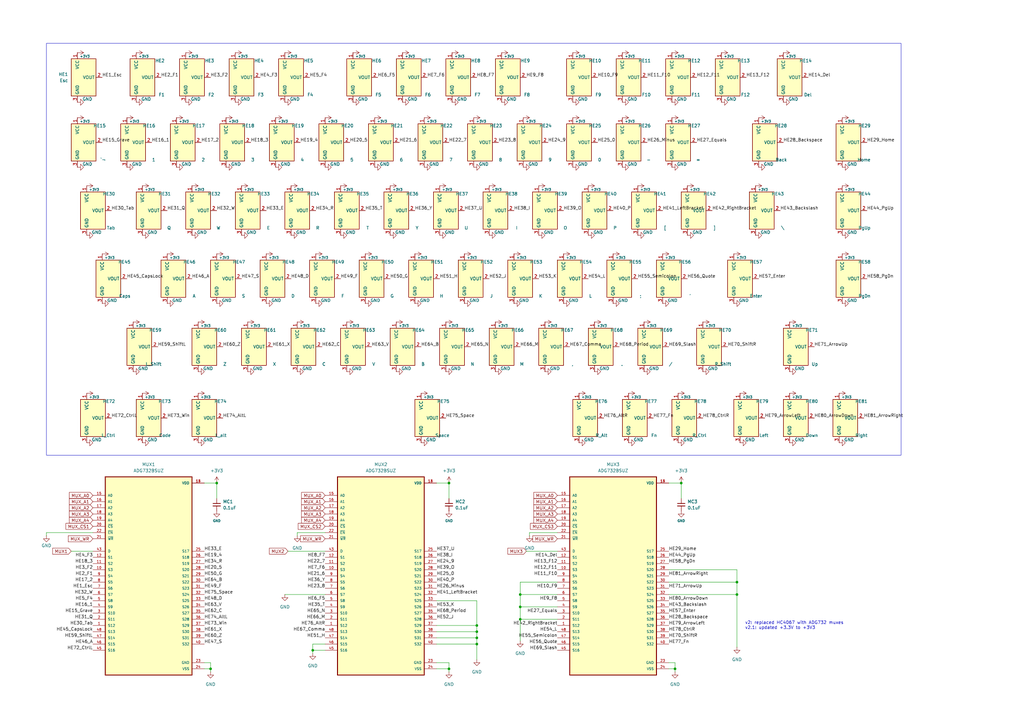
<source format=kicad_sch>
(kicad_sch (version 20250114) (generator "eeschema") (generator_version "9.0")
  (paper "A3")
  (rectangle (start 19.05 17.78) (end 369.57 186.69))
  (text "v2: replaced HC4067 with ADG732 muxes\nv2.1: updated +3.3V to +3V3" (at 305.562 256.54 0) (effects (font (size 1.27 1.27)) (justify left)))
  (junction (at 302.26 243.84))
  (junction (at 302.26 238.76))
  (junction (at 213.36 248.92))
  (junction (at 86.36 274.32))
  (junction (at 213.36 254))
  (junction (at 184.15 198.12))
  (junction (at 195.58 261.62))
  (junction (at 88.9 198.12))
  (junction (at 213.36 243.84))
  (junction (at 195.58 264.16))
  (junction (at 128.27 266.7))
  (junction (at 279.4 198.12))
  (junction (at 195.58 256.54))
  (junction (at 184.15 274.32))
  (junction (at 195.58 259.08))
  (junction (at 276.86 274.32))
  (wire (pts (xy 279.4 198.12) (xy 274.32 198.12)))
  (wire (pts (xy 274.32 243.84) (xy 302.26 243.84)))
  (wire (pts (xy 19.05 218.44) (xy 19.05 219.71)))
  (wire (pts (xy 213.36 248.92) (xy 213.36 254)))
  (wire (pts (xy 217.17 218.44) (xy 228.6 218.44)))
  (wire (pts (xy 184.15 198.12) (xy 179.07 198.12)))
  (wire (pts (xy 121.92 218.44) (xy 133.35 218.44)))
  (wire (pts (xy 184.15 275.59) (xy 184.15 274.32)))
  (wire (pts (xy 179.07 256.54) (xy 195.58 256.54)))
  (wire (pts (xy 86.36 275.59) (xy 86.36 274.32)))
  (wire (pts (xy 184.15 271.78) (xy 184.15 274.32)))
  (wire (pts (xy 195.58 246.38) (xy 195.58 256.54)))
  (wire (pts (xy 213.36 238.76) (xy 213.36 243.84)))
  (wire (pts (xy 228.6 243.84) (xy 213.36 243.84)))
  (wire (pts (xy 195.58 261.62) (xy 195.58 264.16)))
  (wire (pts (xy 88.9 198.12) (xy 88.9 204.47)))
  (wire (pts (xy 228.6 254) (xy 213.36 254)))
  (wire (pts (xy 276.86 271.78) (xy 276.86 274.32)))
  (wire (pts (xy 274.32 274.32) (xy 276.86 274.32)))
  (wire (pts (xy 128.27 266.7) (xy 128.27 267.97)))
  (wire (pts (xy 195.58 259.08) (xy 195.58 261.62)))
  (wire (pts (xy 213.36 243.84) (xy 213.36 248.92)))
  (wire (pts (xy 128.27 264.16) (xy 128.27 266.7)))
  (wire (pts (xy 118.11 226.06) (xy 133.35 226.06)))
  (wire (pts (xy 274.32 271.78) (xy 276.86 271.78)))
  (wire (pts (xy 133.35 266.7) (xy 128.27 266.7)))
  (wire (pts (xy 121.92 218.44) (xy 121.92 219.71)))
  (wire (pts (xy 133.35 243.84) (xy 116.84 243.84)))
  (wire (pts (xy 276.86 275.59) (xy 276.86 274.32)))
  (wire (pts (xy 195.58 256.54) (xy 195.58 259.08)))
  (wire (pts (xy 302.26 233.68) (xy 302.26 238.76)))
  (wire (pts (xy 83.82 274.32) (xy 86.36 274.32)))
  (wire (pts (xy 195.58 264.16) (xy 195.58 270.51)))
  (wire (pts (xy 279.4 198.12) (xy 279.4 204.47)))
  (wire (pts (xy 213.36 248.92) (xy 228.6 248.92)))
  (wire (pts (xy 29.21 226.06) (xy 38.1 226.06)))
  (wire (pts (xy 179.07 261.62) (xy 195.58 261.62)))
  (wire (pts (xy 83.82 271.78) (xy 86.36 271.78)))
  (wire (pts (xy 133.35 264.16) (xy 128.27 264.16)))
  (wire (pts (xy 274.32 238.76) (xy 302.26 238.76)))
  (wire (pts (xy 274.32 233.68) (xy 302.26 233.68)))
  (wire (pts (xy 179.07 259.08) (xy 195.58 259.08)))
  (wire (pts (xy 179.07 274.32) (xy 184.15 274.32)))
  (wire (pts (xy 179.07 264.16) (xy 195.58 264.16)))
  (wire (pts (xy 179.07 271.78) (xy 184.15 271.78)))
  (wire (pts (xy 88.9 198.12) (xy 83.82 198.12)))
  (wire (pts (xy 302.26 238.76) (xy 302.26 243.84)))
  (wire (pts (xy 86.36 271.78) (xy 86.36 274.32)))
  (wire (pts (xy 184.15 198.12) (xy 184.15 204.47)))
  (wire (pts (xy 179.07 246.38) (xy 195.58 246.38)))
  (wire (pts (xy 217.17 218.44) (xy 217.17 219.71)))
  (wire (pts (xy 228.6 238.76) (xy 213.36 238.76)))
  (wire (pts (xy 213.36 262.89) (xy 213.36 254)))
  (wire (pts (xy 215.9 226.06) (xy 228.6 226.06)))
  (wire (pts (xy 38.1 218.44) (xy 19.05 218.44)))
  (wire (pts (xy 302.26 243.84) (xy 302.26 265.43)))
  (label "HE61_X" (at 111.76 142.24 0))
  (label "HE46_A" (at 38.1 264.16 180))
  (label "HE52_J" (at 426.72 238.76 0))
  (label "HE27_Equals" (at 440.69 210.82 0))
  (label "HE73_Win" (at 68.58 171.45 0))
  (label "HE54_L" (at 241.3 114.3 0))
  (label "HE10_F9" (at 245.11 31.75 0))
  (label "HE29_Home" (at 440.69 215.9 0))
  (label "HE54_L" (at 228.6 259.08 180))
  (label "HE46_A" (at 426.72 223.52 0))
  (label "HE19_4" (at 123.19 58.42 0))
  (label "HE26_Minus" (at 440.69 208.28 0))
  (label "HE30_Tab" (at 38.1 256.54 180))
  (label "HE53_K" (at 179.07 248.92 0))
  (label "HE19_4" (at 83.82 228.6 0))
  (label "HE31_Q" (at 458.47 182.88 0))
  (label "HE15_Grave" (at 41.91 58.42 0))
  (label "HE69_Slash" (at 274.32 142.24 0))
  (label "HE22_7" (at 184.15 58.42 0))
  (label "HE36_Y" (at 170.18 86.36 0))
  (label "HE60_Z" (at 447.04 223.52 0))
  (label "HE23_8" (at 204.47 58.42 0))
  (label "HE63_V" (at 83.82 248.92 0))
  (label "HE14_Del" (at 426.72 213.36 0))
  (label "HE39_O" (at 458.47 203.2 0))
  (label "HE75_Space" (at 83.82 243.84 0))
  (label "HE43_Backslash" (at 320.04 86.36 0))
  (label "HE62_C" (at 83.82 251.46 0))
  (label "HE51_H" (at 133.35 261.62 180))
  (label "HE24_9" (at 440.69 203.2 0))
  (label "HE43_Backslash" (at 274.32 248.92 0))
  (label "HE34_R" (at 458.47 190.5 0))
  (label "HE52_J" (at 200.66 114.3 0))
  (label "HE14_Del" (at 228.6 228.6 180))
  (label "HE8_F7" (at 426.72 198.12 0))
  (label "HE41_LeftBracket" (at 271.78 86.36 0))
  (label "HE75_Space" (at 463.55 228.6 0))
  (label "HE56_Quote" (at 228.6 264.16 180))
  (label "HE2_F1" (at 426.72 182.88 0))
  (label "HE58_PgDn" (at 355.6 114.3 0))
  (label "HE50_G" (at 426.72 233.68 0))
  (label "HE78_CtrlR" (at 288.29 171.45 0))
  (label "HE74_AltL" (at 83.82 254 0))
  (label "HE32_W" (at 88.9 86.36 0))
  (label "HE25_0" (at 179.07 236.22 0))
  (label "HE68_Period" (at 254 142.24 0))
  (label "HE14_Del" (at 331.47 31.75 0))
  (label "HE45_CapsLock" (at 52.07 114.3 0))
  (label "HE18_3" (at 38.1 231.14 180))
  (label "HE33_E" (at 83.82 226.06 0))
  (label "HE66_M" (at 447.04 238.76 0))
  (label "HE53_K" (at 220.98 114.3 0))
  (label "HE60_Z" (at 83.82 261.62 0))
  (label "HE4_F3" (at 38.1 228.6 180))
  (label "HE55_Semicolon" (at 426.72 246.38 0))
  (label "HE3_F2" (at 426.72 185.42 0))
  (label "HE48_D" (at 426.72 228.6 0))
  (label "HE16_1" (at 62.23 58.42 0))
  (label "HE34_R" (at 83.82 231.14 0))
  (label "HE37_U" (at 179.07 226.06 0))
  (label "HE29_Home" (at 355.6 58.42 0))
  (label "HE31_Q" (at 38.1 254 180))
  (label "HE59_ShiftL" (at 64.77 142.24 0))
  (label "HE77_Fn" (at 463.55 233.68 0))
  (label "HE15_Grave" (at 38.1 251.46 180))
  (label "HE17_2" (at 38.1 238.76 180))
  (label "HE79_ArrowLeft" (at 463.55 238.76 0))
  (label "HE49_F" (at 83.82 241.3 0))
  (label "HE71_ArrowUp" (at 274.32 241.3 0))
  (label "HE35_T" (at 458.47 193.04 0))
  (label "HE4_F3" (at 426.72 187.96 0))
  (label "HE17_2" (at 440.69 185.42 0))
  (label "HE28_Backspace" (at 321.31 58.42 0))
  (label "HE20_5" (at 440.69 193.04 0))
  (label "HE55_Semicolon" (at 261.62 114.3 0))
  (label "HE32_W" (at 458.47 185.42 0))
  (label "HE11_F10" (at 228.6 236.22 180))
  (label "HE11_F10" (at 426.72 205.74 0))
  (label "HE34_R" (at 129.54 86.36 0))
  (label "HE40_P" (at 458.47 205.74 0))
  (label "HE22_7" (at 440.69 198.12 0))
  (label "HE49_F" (at 426.72 231.14 0))
  (label "HE3_F2" (at 38.1 233.68 180))
  (label "HE13_F12" (at 228.6 231.14 180))
  (label "HE74_AltL" (at 91.44 171.45 0))
  (label "HE61_X" (at 83.82 259.08 0))
  (label "HE66_M" (at 133.35 254 180))
  (label "HE76_AltR" (at 247.65 171.45 0))
  (label "HE45_CapsLock" (at 38.1 259.08 180))
  (label "HE38_I" (at 179.07 228.6 0))
  (label "HE70_ShiftR" (at 274.32 261.62 0))
  (label "HE66_M" (at 213.36 142.24 0))
  (label "HE9_F8" (at 215.9 31.75 0))
  (label "HE2_F1" (at 66.04 31.75 0))
  (label "HE67_Comma" (at 133.35 259.08 180))
  (label "HE58_PgDn" (at 274.32 231.14 0))
  (label "HE81_ArrowRight" (at 354.33 171.45 0))
  (label "HE44_PgUp" (at 274.32 228.6 0))
  (label "HE61_X" (at 447.04 226.06 0))
  (label "HE48_D" (at 83.82 246.38 0))
  (label "HE76_AltR" (at 133.35 256.54 180))
  (label "HE15_Grave" (at 440.69 180.34 0))
  (label "HE46_A" (at 78.74 114.3 0))
  (label "HE80_ArrowDown" (at 274.32 246.38 0))
  (label "HE48_D" (at 119.38 114.3 0))
  (label "HE30_Tab" (at 458.47 180.34 0))
  (label "HE6_F5" (at 133.35 246.38 180))
  (label "HE6_F5" (at 426.72 193.04 0))
  (label "HE70_ShiftR" (at 447.04 248.92 0))
  (label "HE8_F7" (at 195.58 31.75 0))
  (label "HE71_ArrowUp" (at 334.01 142.24 0))
  (label "HE20_5" (at 83.82 233.68 0))
  (label "HE11_F10" (at 265.43 31.75 0))
  (label "HE56_Quote" (at 281.94 114.3 0))
  (label "HE1_Esc" (at 38.1 241.3 180))
  (label "HE20_5" (at 143.51 58.42 0))
  (label "HE79_ArrowLeft" (at 274.32 256.54 0))
  (label "HE73_Win" (at 463.55 223.52 0))
  (label "HE78_CtrlR" (at 463.55 236.22 0))
  (label "HE24_9" (at 179.07 231.14 0))
  (label "HE24_9" (at 224.79 58.42 0))
  (label "HE4_F3" (at 106.68 31.75 0))
  (label "HE10_F9" (at 426.72 203.2 0))
  (label "HE18_3" (at 102.87 58.42 0))
  (label "HE74_AltL" (at 463.55 226.06 0))
  (label "HE7_F6" (at 426.72 195.58 0))
  (label "HE13_F12" (at 306.07 31.75 0))
  (label "HE32_W" (at 38.1 243.84 180))
  (label "HE5_F4" (at 38.1 246.38 180))
  (label "HE1_Esc" (at 41.91 31.75 0))
  (label "HE2_F1" (at 38.1 236.22 180))
  (label "HE21_6" (at 440.69 195.58 0))
  (label "HE8_F7" (at 133.35 228.6 180))
  (label "HE33_E" (at 109.22 86.36 0))
  (label "HE70_ShiftR" (at 298.45 142.24 0))
  (label "HE17_2" (at 82.55 58.42 0))
  (label "HE35_T" (at 133.35 248.92 180))
  (label "HE63_V" (at 152.4 142.24 0))
  (label "HE37_U" (at 458.47 198.12 0))
  (label "HE62_C" (at 132.08 142.24 0))
  (label "HE27_Equals" (at 285.75 58.42 0))
  (label "HE65_N" (at 447.04 236.22 0))
  (label "HE40_P" (at 179.07 238.76 0))
  (label "HE65_N" (at 193.04 142.24 0))
  (label "HE26_Minus" (at 265.43 58.42 0))
  (label "HE9_F8" (at 426.72 200.66 0))
  (label "HE33_E" (at 458.47 187.96 0))
  (label "HE36_Y" (at 458.47 195.58 0))
  (label "HE18_3" (at 440.69 187.96 0))
  (label "HE80_ArrowDown" (at 463.55 241.3 0))
  (label "HE64_B" (at 172.72 142.24 0))
  (label "HE52_J" (at 179.07 254 0))
  (label "HE62_C" (at 447.04 228.6 0))
  (label "HE1_Esc" (at 426.72 180.34 0))
  (label "HE49_F" (at 139.7 114.3 0))
  (label "HE67_Comma" (at 447.04 241.3 0))
  (label "HE55_Semicolon" (at 228.6 261.62 180))
  (label "HE69_Slash" (at 228.6 266.7 180))
  (label "HE57_Enter" (at 274.32 251.46 0))
  (label "HE69_Slash" (at 447.04 246.38 0))
  (label "HE38_I" (at 210.82 86.36 0))
  (label "HE6_F5" (at 154.94 31.75 0))
  (label "HE41_LeftBracket" (at 179.07 243.84 0))
  (label "HE59_ShiftL" (at 447.04 220.98 0))
  (label "HE19_4" (at 440.69 190.5 0))
  (label "HE81_ArrowRight" (at 274.32 236.22 0))
  (label "HE80_ArrowDown" (at 334.01 171.45 0))
  (label "HE22_7" (at 133.35 231.14 180))
  (label "HE47_S" (at 426.72 226.06 0))
  (label "HE64_B" (at 83.82 238.76 0))
  (label "HE63_V" (at 447.04 231.14 0))
  (label "HE71_ArrowUp" (at 447.04 251.46 0))
  (label "HE37_U" (at 190.5 86.36 0))
  (label "HE31_Q" (at 68.58 86.36 0))
  (label "HE44_PgUp" (at 458.47 215.9 0))
  (label "HE53_K" (at 426.72 241.3 0))
  (label "HE42_RightBracket" (at 458.47 210.82 0))
  (label "HE45_CapsLock" (at 426.72 220.98 0))
  (label "HE47_S" (at 83.82 264.16 0))
  (label "HE12_F11" (at 285.75 31.75 0))
  (label "HE39_O" (at 179.07 233.68 0))
  (label "HE5_F4" (at 127 31.75 0))
  (label "HE41_LeftBracket" (at 458.47 208.28 0))
  (label "HE7_F6" (at 133.35 233.68 180))
  (label "HE40_P" (at 251.46 86.36 0))
  (label "HE16_1" (at 38.1 248.92 180))
  (label "HE57_Enter" (at 426.72 251.46 0))
  (label "HE42_RightBracket" (at 228.6 256.54 180))
  (label "HE57_Enter" (at 311.15 114.3 0))
  (label "HE13_F12" (at 426.72 210.82 0))
  (label "HE3_F2" (at 86.36 31.75 0))
  (label "HE76_AltR" (at 463.55 231.14 0))
  (label "HE10_F9" (at 228.6 241.3 180))
  (label "HE26_Minus" (at 179.07 241.3 0))
  (label "HE21_6" (at 163.83 58.42 0))
  (label "HE12_F11" (at 426.72 208.28 0))
  (label "HE38_I" (at 458.47 200.66 0))
  (label "HE75_Space" (at 182.88 171.45 0))
  (label "HE51_H" (at 426.72 236.22 0))
  (label "HE43_Backslash" (at 458.47 213.36 0))
  (label "HE39_O" (at 231.14 86.36 0))
  (label "HE25_0" (at 440.69 205.74 0))
  (label "HE68_Period" (at 447.04 243.84 0))
  (label "HE73_Win" (at 83.82 256.54 0))
  (label "HE42_RightBracket" (at 292.1 86.36 0))
  (label "HE79_ArrowLeft" (at 313.69 171.45 0))
  (label "HE5_F4" (at 426.72 190.5 0))
  (label "HE7_F6" (at 175.26 31.75 0))
  (label "HE29_Home" (at 274.32 226.06 0))
  (label "HE9_F8" (at 228.6 246.38 180))
  (label "HE68_Period" (at 179.07 251.46 0))
  (label "HE56_Quote" (at 426.72 248.92 0))
  (label "HE77_Fn" (at 274.32 264.16 0))
  (label "HE28_Backspace" (at 274.32 254 0))
  (label "HE65_N" (at 133.35 251.46 180))
  (label "HE27_Equals" (at 228.6 251.46 180))
  (label "HE30_Tab" (at 45.72 86.36 0))
  (label "HE72_CtrlL" (at 38.1 266.7 180))
  (label "HE72_CtrlL" (at 463.55 220.98 0))
  (label "HE60_Z" (at 91.44 142.24 0))
  (label "HE78_CtrlR" (at 274.32 259.08 0))
  (label "HE81_ArrowRight" (at 463.55 243.84 0))
  (label "HE36_Y" (at 133.35 238.76 180))
  (label "HE64_B" (at 447.04 233.68 0))
  (label "HE28_Backspace" (at 440.69 213.36 0))
  (label "HE58_PgDn" (at 426.72 254 0))
  (label "HE23_8" (at 133.35 241.3 180))
  (label "HE51_H" (at 180.34 114.3 0))
  (label "HE50_G" (at 83.82 236.22 0))
  (label "HE77_Fn" (at 267.97 171.45 0))
  (label "HE25_0" (at 245.11 58.42 0))
  (label "HE23_8" (at 440.69 200.66 0))
  (label "HE44_PgUp" (at 355.6 86.36 0))
  (label "HE35_T" (at 149.86 86.36 0))
  (label "HE47_S" (at 99.06 114.3 0))
  (label "HE21_6" (at 133.35 236.22 180))
  (label "HE12_F11" (at 228.6 233.68 180))
  (label "HE16_1" (at 440.69 182.88 0))
  (label "HE72_CtrlL" (at 45.72 171.45 0))
  (label "HE59_ShiftL" (at 38.1 261.62 180))
  (label "HE50_G" (at 160.02 114.3 0))
  (label "HE67_Comma" (at 233.68 142.24 0))
  (label "HE54_L" (at 426.72 243.84 0))
  (global_label "MUX_CS3" (shape input) (at 228.6 215.9 180) (property "Intersheetrefs" "${INTERSHEET_REFS}" (effects (hide yes))))
  (global_label "MUX_A4" (shape input) (at 38.1 213.36 180) (property "Intersheetrefs" "${INTERSHEET_REFS}" (effects (hide yes))))
  (global_label "MUX_A0" (shape input) (at 228.6 203.2 180) (property "Intersheetrefs" "${INTERSHEET_REFS}" (effects (hide yes))))
  (global_label "MUX_A4" (shape input) (at 228.6 213.36 180) (property "Intersheetrefs" "${INTERSHEET_REFS}" (effects (hide yes))))
  (global_label "MUX_CS1" (shape input) (at 38.1 215.9 180) (property "Intersheetrefs" "${INTERSHEET_REFS}" (effects (hide yes))))
  (global_label "MUX3" (shape input) (at 215.9 226.06 180) (property "Intersheetrefs" "${INTERSHEET_REFS}" (effects (hide yes))))
  (global_label "MUX_A0" (shape input) (at 38.1 203.2 180) (property "Intersheetrefs" "${INTERSHEET_REFS}" (effects (hide yes))))
  (global_label "MUX_A2" (shape input) (at 228.6 208.28 180) (property "Intersheetrefs" "${INTERSHEET_REFS}" (effects (hide yes))))
  (global_label "MUX_WR" (shape input) (at 228.6 220.98 180) (property "Intersheetrefs" "${INTERSHEET_REFS}" (effects (hide yes))))
  (global_label "MUX_A0" (shape input) (at 133.35 203.2 180) (property "Intersheetrefs" "${INTERSHEET_REFS}" (effects (hide yes))))
  (global_label "MUX_A2" (shape input) (at 38.1 208.28 180) (property "Intersheetrefs" "${INTERSHEET_REFS}" (effects (hide yes))))
  (global_label "MUX_WR" (shape input) (at 38.1 220.98 180) (property "Intersheetrefs" "${INTERSHEET_REFS}" (effects (hide yes))))
  (global_label "MUX_WR" (shape input) (at 133.35 220.98 180) (property "Intersheetrefs" "${INTERSHEET_REFS}" (effects (hide yes))))
  (global_label "MUX_A4" (shape input) (at 133.35 213.36 180) (property "Intersheetrefs" "${INTERSHEET_REFS}" (effects (hide yes))))
  (global_label "MUX_A1" (shape input) (at 38.1 205.74 180) (property "Intersheetrefs" "${INTERSHEET_REFS}" (effects (hide yes))))
  (global_label "MUX_A1" (shape input) (at 133.35 205.74 180) (property "Intersheetrefs" "${INTERSHEET_REFS}" (effects (hide yes))))
  (global_label "MUX_A1" (shape input) (at 228.6 205.74 180) (property "Intersheetrefs" "${INTERSHEET_REFS}" (effects (hide yes))))
  (global_label "MUX_A3" (shape input) (at 133.35 210.82 180) (property "Intersheetrefs" "${INTERSHEET_REFS}" (effects (hide yes))))
  (global_label "MUX_A3" (shape input) (at 228.6 210.82 180) (property "Intersheetrefs" "${INTERSHEET_REFS}" (effects (hide yes))))
  (global_label "MUX_A3" (shape input) (at 38.1 210.82 180) (property "Intersheetrefs" "${INTERSHEET_REFS}" (effects (hide yes))))
  (global_label "MUX1" (shape input) (at 29.21 226.06 180) (property "Intersheetrefs" "${INTERSHEET_REFS}" (effects (hide yes))))
  (global_label "MUX_CS2" (shape input) (at 133.35 215.9 180) (property "Intersheetrefs" "${INTERSHEET_REFS}" (effects (hide yes))))
  (global_label "MUX_A2" (shape input) (at 133.35 208.28 180) (property "Intersheetrefs" "${INTERSHEET_REFS}" (effects (hide yes))))
  (global_label "MUX2" (shape input) (at 118.11 226.06 180) (property "Intersheetrefs" "${INTERSHEET_REFS}" (effects (hide yes))))
  (symbol (lib_id "power:GND") (at 231.14 124.46 90) (unit 1)
    (property "Reference" "#PWR0321" (effects (hide yes)))
    (property "Value" "GND" (at 233.172 123.19 90) (effects (justify right)))
    (property "Description" "Power symbol creates a global label with name \"GND\" , ground" (effects (hide yes)))
  )
  (symbol (lib_id "power:+3V3") (at 81.28 132.08 270) (unit 1)
    (property "Reference" "#PWR0332" (effects (hide yes)))
    (property "Value" "+3V3" (at 84.328 133.604 90) (effects (font (size 1 1))))
    (property "Description" "Power symbol creates a global label with name \"+3V3\"" (effects (hide yes)))
  )
  (symbol (lib_id "power:+3V3") (at 162.56 132.08 270) (unit 1)
    (property "Reference" "#PWR0340" (effects (hide yes)))
    (property "Value" "+3V3" (at 165.608 133.604 90) (effects (font (size 1 1))))
    (property "Description" "Power symbol creates a global label with name \"+3V3\"" (effects (hide yes)))
  )
  (symbol (lib_id "power:GND") (at 302.26 265.43 0) (unit 1)
    (property "Reference" "#PWR0450" (effects (hide yes)))
    (property "Value" "GND" (at 302.26 270.51 0))
    (property "Description" "Power symbol creates a global label with name \"GND\" , ground" (effects (hide yes)))
  )
  (symbol (lib_id "power:GND") (at 153.67 68.58 90) (unit 1)
    (property "Reference" "#PWR0255" (effects (hide yes)))
    (property "Value" "GND" (at 155.702 67.31 90) (effects (justify right)))
    (property "Description" "Power symbol creates a global label with name \"GND\" , ground" (effects (hide yes)))
  )
  (symbol (lib_id "PCM_marbastlib-he:SW_MX_HE") (at 240.03 171.45 0) (unit 1)
    (property "Reference" "HE76" (at 249.174 164.592 0) (effects (justify right)))
    (property "Value" "R_Alt" (at 249.174 178.562 0) (effects (justify right)))
    (property "Footprint" "PCM_marbastlib-xp-he:SW_MX_HE_90deg_1u_Rules" (effects (hide yes)))
    (property "Datasheet" "https://wmsc.lcsc.com/wmsc/upload/file/pdf/v2/lcsc/2310271810_Hallwee-HAL9303SO_C19089525.pdf" (effects (hide yes)))
    (property "Description" "Hall effect switch, bipolar, -+1000Gs, 4.7mV/Gs, -40C to +150C, SOT-23" (effects (hide yes)))
  )
  (symbol (lib_id "power:GND") (at 217.17 219.71 0) (unit 1)
    (property "Reference" "#PWR011" (effects (hide yes)))
    (property "Value" "GND" (at 217.17 224.79 0))
    (property "Description" "Power symbol creates a global label with name \"GND\" , ground" (effects (hide yes)))
  )
  (symbol (lib_id "power:GND") (at 72.39 68.58 90) (unit 1)
    (property "Reference" "#PWR0247" (effects (hide yes)))
    (property "Value" "GND" (at 74.422 67.31 90) (effects (justify right)))
    (property "Description" "Power symbol creates a global label with name \"GND\" , ground" (effects (hide yes)))
  )
  (symbol (lib_id "power:GND") (at 172.72 181.61 90) (unit 1)
    (property "Reference" "#PWR0363" (effects (hide yes)))
    (property "Value" "GND" (at 174.752 180.34 90) (effects (justify right)))
    (property "Description" "Power symbol creates a global label with name \"GND\" , ground" (effects (hide yes)))
  )
  (symbol (lib_id "power:+3V3") (at 58.42 161.29 270) (unit 1)
    (property "Reference" "#PWR0358" (effects (hide yes)))
    (property "Value" "+3V3" (at 61.468 162.814 90) (effects (font (size 1 1))))
    (property "Description" "Power symbol creates a global label with name \"+3V3\"" (effects (hide yes)))
  )
  (symbol (lib_id "PCM_marbastlib-he:SW_MX_HE") (at 290.83 142.24 0) (unit 1)
    (property "Reference" "HE70" (at 299.974 135.382 0) (effects (justify right)))
    (property "Value" "R_Shift" (at 299.974 149.352 0) (effects (justify right)))
    (property "Footprint" "PCM_marbastlib-xp-he:SW_MX_HE_90deg_1.75u_Rules" (effects (hide yes)))
    (property "Datasheet" "https://wmsc.lcsc.com/wmsc/upload/file/pdf/v2/lcsc/2310271810_Hallwee-HAL9303SO_C19089525.pdf" (effects (hide yes)))
    (property "Description" "Hall effect switch, bipolar, -+1000Gs, 4.7mV/Gs, -40C to +150C, SOT-23" (effects (hide yes)))
  )
  (symbol (lib_id "PCM_marbastlib-he:SW_MX_HE") (at 101.6 86.36 0) (unit 1)
    (property "Reference" "HE33" (at 110.744 79.502 0) (effects (justify right)))
    (property "Value" "E" (at 110.744 93.472 0) (effects (justify right)))
    (property "Footprint" "PCM_marbastlib-xp-he:SW_MX_HE_90deg_1u_Rules" (effects (hide yes)))
    (property "Datasheet" "https://wmsc.lcsc.com/wmsc/upload/file/pdf/v2/lcsc/2310271810_Hallwee-HAL9303SO_C19089525.pdf" (effects (hide yes)))
    (property "Description" "Hall effect switch, bipolar, -+1000Gs, 4.7mV/Gs, -40C to +150C, SOT-23" (effects (hide yes)))
  )
  (symbol (lib_id "power:GND") (at 345.44 68.58 90) (unit 1)
    (property "Reference" "#PWR0271" (effects (hide yes)))
    (property "Value" "GND" (at 347.472 67.31 90) (effects (justify right)))
    (property "Description" "Power symbol creates a global label with name \"GND\" , ground" (effects (hide yes)))
  )
  (symbol (lib_id "PCM_marbastlib-he:SW_MX_HE") (at 306.07 171.45 0) (unit 1)
    (property "Reference" "HE79" (at 315.214 164.592 0) (effects (justify right)))
    (property "Value" "Left" (at 315.214 178.562 0) (effects (justify right)))
    (property "Footprint" "PCM_marbastlib-xp-he:SW_MX_HE_90deg_1u_Rules" (effects (hide yes)))
    (property "Datasheet" "https://wmsc.lcsc.com/wmsc/upload/file/pdf/v2/lcsc/2310271810_Hallwee-HAL9303SO_C19089525.pdf" (effects (hide yes)))
    (property "Description" "Hall effect switch, bipolar, -+1000Gs, 4.7mV/Gs, -40C to +150C, SOT-23" (effects (hide yes)))
  )
  (symbol (lib_id "PCM_marbastlib-he:SW_MX_HE") (at 237.49 31.75 0) (unit 1)
    (property "Reference" "HE10" (at 246.634 24.892 0) (effects (justify right)))
    (property "Value" "F9" (at 246.634 38.862 0) (effects (justify right)))
    (property "Footprint" "PCM_marbastlib-xp-he:SW_MX_HE_90deg_1u_Rules" (effects (hide yes)))
    (property "Datasheet" "https://wmsc.lcsc.com/wmsc/upload/file/pdf/v2/lcsc/2310271810_Hallwee-HAL9303SO_C19089525.pdf" (effects (hide yes)))
    (property "Description" "Hall effect switch, bipolar, -+1000Gs, 4.7mV/Gs, -40C to +150C, SOT-23" (effects (hide yes)))
  )
  (symbol (lib_id "PCM_marbastlib-he:SW_MX_HE") (at 165.1 142.24 0) (unit 1)
    (property "Reference" "HE64" (at 174.244 135.382 0) (effects (justify right)))
    (property "Value" "B" (at 174.244 149.352 0) (effects (justify right)))
    (property "Footprint" "PCM_marbastlib-xp-he:SW_MX_HE_90deg_1u_Rules" (effects (hide yes)))
    (property "Datasheet" "https://wmsc.lcsc.com/wmsc/upload/file/pdf/v2/lcsc/2310271810_Hallwee-HAL9303SO_C19089525.pdf" (effects (hide yes)))
    (property "Description" "Hall effect switch, bipolar, -+1000Gs, 4.7mV/Gs, -40C to +150C, SOT-23" (effects (hide yes)))
  )
  (symbol (lib_id "PCM_marbastlib-he:SW_MX_HE") (at 34.29 31.75 0) (unit 1)
    (property "Reference" "HE1" (at 27.94 30.4799 0) (effects (justify right)))
    (property "Value" "Esc" (at 27.94 33.0199 0) (effects (justify right)))
    (property "Footprint" "PCM_marbastlib-xp-he:SW_MX_HE_90deg_1u_Rules" (effects (hide yes)))
    (property "Datasheet" "https://wmsc.lcsc.com/wmsc/upload/file/pdf/v2/lcsc/2310271810_Hallwee-HAL9303SO_C19089525.pdf" (effects (hide yes)))
    (property "Description" "Hall effect switch, bipolar, -+1000Gs, 4.7mV/Gs, -40C to +150C, SOT-23" (effects (hide yes)))
  )
  (symbol (lib_id "power:+3V3") (at 92.71 48.26 270) (unit 1)
    (property "Reference" "#PWR0248" (effects (hide yes)))
    (property "Value" "+3V3" (at 95.758 49.784 90) (effects (font (size 1 1))))
    (property "Description" "Power symbol creates a global label with name \"+3V3\"" (effects (hide yes)))
  )
  (symbol (lib_id "power:GND") (at 180.34 96.52 90) (unit 1)
    (property "Reference" "#PWR0287" (effects (hide yes)))
    (property "Value" "GND" (at 182.372 95.25 90) (effects (justify right)))
    (property "Description" "Power symbol creates a global label with name \"GND\" , ground" (effects (hide yes)))
  )
  (symbol (lib_id "power:GND") (at 255.27 68.58 90) (unit 1)
    (property "Reference" "#PWR0265" (effects (hide yes)))
    (property "Value" "GND" (at 257.302 67.31 90) (effects (justify right)))
    (property "Description" "Power symbol creates a global label with name \"GND\" , ground" (effects (hide yes)))
  )
  (symbol (lib_id "PCM_marbastlib-he:SW_MX_HE") (at 152.4 114.3 0) (unit 1)
    (property "Reference" "HE50" (at 161.544 107.442 0) (effects (justify right)))
    (property "Value" "G" (at 161.544 121.412 0) (effects (justify right)))
    (property "Footprint" "PCM_marbastlib-xp-he:SW_MX_HE_90deg_1u_Rules" (effects (hide yes)))
    (property "Datasheet" "https://wmsc.lcsc.com/wmsc/upload/file/pdf/v2/lcsc/2310271810_Hallwee-HAL9303SO_C19089525.pdf" (effects (hide yes)))
    (property "Description" "Hall effect switch, bipolar, -+1000Gs, 4.7mV/Gs, -40C to +150C, SOT-23" (effects (hide yes)))
  )
  (symbol (lib_id "power:+3V3") (at 194.31 48.26 270) (unit 1)
    (property "Reference" "#PWR0258" (effects (hide yes)))
    (property "Value" "+3V3" (at 197.358 49.784 90) (effects (font (size 1 1))))
    (property "Description" "Power symbol creates a global label with name \"+3V3\"" (effects (hide yes)))
  )
  (symbol (lib_id "power:GND") (at 275.59 68.58 90) (unit 1)
    (property "Reference" "#PWR0267" (effects (hide yes)))
    (property "Value" "GND" (at 277.622 67.31 90) (effects (justify right)))
    (property "Description" "Power symbol creates a global label with name \"GND\" , ground" (effects (hide yes)))
  )
  (symbol (lib_id "power:GND") (at 78.74 96.52 90) (unit 1)
    (property "Reference" "#PWR0277" (effects (hide yes)))
    (property "Value" "GND" (at 80.772 95.25 90) (effects (justify right)))
    (property "Description" "Power symbol creates a global label with name \"GND\" , ground" (effects (hide yes)))
  )
  (symbol (lib_id "power:GND") (at 165.1 41.91 90) (unit 1)
    (property "Reference" "#PWR0227" (effects (hide yes)))
    (property "Value" "GND" (at 167.132 40.64 90) (effects (justify right)))
    (property "Description" "Power symbol creates a global label with name \"GND\" , ground" (effects (hide yes)))
  )
  (symbol (lib_id "PCM_marbastlib-he:SW_MX_HE") (at 254 114.3 0) (unit 1)
    (property "Reference" "HE55" (at 263.144 107.442 0) (effects (justify right)))
    (property "Value" ";" (at 263.144 121.412 0) (effects (justify right)))
    (property "Footprint" "PCM_marbastlib-xp-he:SW_MX_HE_90deg_1u_Rules" (effects (hide yes)))
    (property "Datasheet" "https://wmsc.lcsc.com/wmsc/upload/file/pdf/v2/lcsc/2310271810_Hallwee-HAL9303SO_C19089525.pdf" (effects (hide yes)))
    (property "Description" "Hall effect switch, bipolar, -+1000Gs, 4.7mV/Gs, -40C to +150C, SOT-23" (effects (hide yes)))
  )
  (symbol (lib_id "power:GND") (at 243.84 152.4 90) (unit 1)
    (property "Reference" "#PWR0349" (effects (hide yes)))
    (property "Value" "GND" (at 245.872 151.13 90) (effects (justify right)))
    (property "Description" "Power symbol creates a global label with name \"GND\" , ground" (effects (hide yes)))
  )
  (symbol (lib_id "PCM_marbastlib-he:SW_MX_HE") (at 132.08 114.3 0) (unit 1)
    (property "Reference" "HE49" (at 141.224 107.442 0) (effects (justify right)))
    (property "Value" "F" (at 141.224 121.412 0) (effects (justify right)))
    (property "Footprint" "PCM_marbastlib-xp-he:SW_MX_HE_90deg_1u_Rules" (effects (hide yes)))
    (property "Datasheet" "https://wmsc.lcsc.com/wmsc/upload/file/pdf/v2/lcsc/2310271810_Hallwee-HAL9303SO_C19089525.pdf" (effects (hide yes)))
    (property "Description" "Hall effect switch, bipolar, -+1000Gs, 4.7mV/Gs, -40C to +150C, SOT-23" (effects (hide yes)))
  )
  (symbol (lib_id "power:GND") (at 173.99 68.58 90) (unit 1)
    (property "Reference" "#PWR0257" (effects (hide yes)))
    (property "Value" "GND" (at 176.022 67.31 90) (effects (justify right)))
    (property "Description" "Power symbol creates a global label with name \"GND\" , ground" (effects (hide yes)))
  )
  (symbol (lib_id "PCM_marbastlib-he:SW_MX_HE") (at 147.32 31.75 0) (unit 1)
    (property "Reference" "HE6" (at 156.464 24.892 0) (effects (justify right)))
    (property "Value" "F5" (at 156.464 38.862 0) (effects (justify right)))
    (property "Footprint" "PCM_marbastlib-xp-he:SW_MX_HE_90deg_1u_Rules" (effects (hide yes)))
    (property "Datasheet" "https://wmsc.lcsc.com/wmsc/upload/file/pdf/v2/lcsc/2310271810_Hallwee-HAL9303SO_C19089525.pdf" (effects (hide yes)))
    (property "Description" "Hall effect switch, bipolar, -+1000Gs, 4.7mV/Gs, -40C to +150C, SOT-23" (effects (hide yes)))
  )
  (symbol (lib_id "power:GND") (at 35.56 181.61 90) (unit 1)
    (property "Reference" "#PWR0357" (effects (hide yes)))
    (property "Value" "GND" (at 37.592 180.34 90) (effects (justify right)))
    (property "Description" "Power symbol creates a global label with name \"GND\" , ground" (effects (hide yes)))
  )
  (symbol (lib_id "power:GND") (at 321.31 41.91 90) (unit 1)
    (property "Reference" "#PWR0241" (effects (hide yes)))
    (property "Value" "GND" (at 323.342 40.64 90) (effects (justify right)))
    (property "Description" "Power symbol creates a global label with name \"GND\" , ground" (effects (hide yes)))
  )
  (symbol (lib_id "power:+3V3") (at 345.44 76.2 270) (unit 1)
    (property "Reference" "#PWR0300" (effects (hide yes)))
    (property "Value" "+3V3" (at 348.488 77.724 90) (effects (font (size 1 1))))
    (property "Description" "Power symbol creates a global label with name \"+3V3\"" (effects (hide yes)))
  )
  (symbol (lib_id "power:+3V3") (at 78.74 76.2 270) (unit 1)
    (property "Reference" "#PWR0276" (effects (hide yes)))
    (property "Value" "+3V3" (at 81.788 77.724 90) (effects (font (size 1 1))))
    (property "Description" "Power symbol creates a global label with name \"+3V3\"" (effects (hide yes)))
  )
  (symbol (lib_id "power:+3V3") (at 288.29 132.08 270) (unit 1)
    (property "Reference" "#PWR0352" (effects (hide yes)))
    (property "Value" "+3V3" (at 291.338 133.604 90) (effects (font (size 1 1))))
    (property "Description" "Power symbol creates a global label with name \"+3V3\"" (effects (hide yes)))
  )
  (symbol (lib_id "power:+3V3") (at 203.2 132.08 270) (unit 1)
    (property "Reference" "#PWR0344" (effects (hide yes)))
    (property "Value" "+3V3" (at 206.248 133.604 90) (effects (font (size 1 1))))
    (property "Description" "Power symbol creates a global label with name \"+3V3\"" (effects (hide yes)))
  )
  (symbol (lib_id "power:+3V3") (at 275.59 21.59 270) (unit 1)
    (property "Reference" "#PWR0236" (effects (hide yes)))
    (property "Value" "+3V3" (at 278.638 23.114 90) (effects (font (size 1 1))))
    (property "Description" "Power symbol creates a global label with name \"+3V3\"" (effects (hide yes)))
  )
  (symbol (lib_id "power:GND") (at 220.98 96.52 90) (unit 1)
    (property "Reference" "#PWR0291" (effects (hide yes)))
    (property "Value" "GND" (at 223.012 95.25 90) (effects (justify right)))
    (property "Description" "Power symbol creates a global label with name \"GND\" , ground" (effects (hide yes)))
  )
  (symbol (lib_id "power:GND") (at 264.16 152.4 90) (unit 1)
    (property "Reference" "#PWR0351" (effects (hide yes)))
    (property "Value" "GND" (at 266.192 151.13 90) (effects (justify right)))
    (property "Description" "Power symbol creates a global label with name \"GND\" , ground" (effects (hide yes)))
  )
  (symbol (lib_id "power:+3V3") (at 81.28 161.29 270) (unit 1)
    (property "Reference" "#PWR0360" (effects (hide yes)))
    (property "Value" "+3V3" (at 84.328 162.814 90) (effects (font (size 1 1))))
    (property "Description" "Power symbol creates a global label with name \"+3V3\"" (effects (hide yes)))
  )
  (symbol (lib_id "power:GND") (at 58.42 181.61 90) (unit 1)
    (property "Reference" "#PWR0359" (effects (hide yes)))
    (property "Value" "GND" (at 60.452 180.34 90) (effects (justify right)))
    (property "Description" "Power symbol creates a global label with name \"GND\" , ground" (effects (hide yes)))
  )
  (symbol (lib_id "ADG732BSUZ:ADG732BSUZ") (at 60.96 236.22 0) (unit 1)
    (property "Reference" "MUX1" (at 60.96 190.5 0))
    (property "Value" "ADG732BSUZ" (at 60.96 193.04 0))
    (property "Footprint" "ADG732BSUZ:QFP50P900X900X120-49N" (effects (hide yes)))
    (property "MF" "Analog Devices" (effects (hide yes)))
    (property "DESCRIPTION" "Analog Multiplexer Single 32: 1 48-Pin TQFP Tray" (effects (hide yes)))
    (property "PACKAGE" "TQFP-48 Analog Devices" (effects (hide yes)))
    (property "PRICE" "None" (effects (hide yes)))
    (property "Package" "TQFP -48 Analog Devices" (effects (hide yes)))
    (property "Check_prices" "https://www.snapeda.com/parts/ADG732BSUZ/Analog+Devices/view-part/?ref=eda" (effects (hide yes)))
    (property "STANDARD" "IPC7351B" (effects (hide yes)))
    (property "SnapEDA_Link" "https://www.snapeda.com/parts/ADG732BSUZ/Analog+Devices/view-part/?ref=snap" (effects (hide yes)))
    (property "MP" "ADG732BSUZ" (effects (hide yes)))
    (property "Availability" "In Stock" (effects (hide yes)))
    (property "Price" "None" (effects (hide yes)))
    (property "Description_1" "32-Channel, 4 Ω 1.8 V to 5.5 V, ±2.5 V, Analog Multiplexer" (effects (hide yes)))
  )
  (symbol (lib_id "power:+3V3") (at 223.52 132.08 270) (unit 1)
    (property "Reference" "#PWR0346" (effects (hide yes)))
    (property "Value" "+3V3" (at 226.568 133.604 90) (effects (font (size 1 1))))
    (property "Description" "Power symbol creates a global label with name \"+3V3\"" (effects (hide yes)))
  )
  (symbol (lib_id "PCM_marbastlib-he:SW_MX_HE") (at 196.85 58.42 0) (unit 1)
    (property "Reference" "HE23" (at 205.994 51.562 0) (effects (justify right)))
    (property "Value" "8" (at 205.994 65.532 0) (effects (justify right)))
    (property "Footprint" "PCM_marbastlib-xp-he:SW_MX_HE_90deg_1u_Rules" (effects (hide yes)))
    (property "Datasheet" "https://wmsc.lcsc.com/wmsc/upload/file/pdf/v2/lcsc/2310271810_Hallwee-HAL9303SO_C19089525.pdf" (effects (hide yes)))
    (property "Description" "Hall effect switch, bipolar, -+1000Gs, 4.7mV/Gs, -40C to +150C, SOT-23" (effects (hide yes)))
  )
  (symbol (lib_id "PCM_marbastlib-he:SW_MX_HE") (at 71.12 114.3 0) (unit 1)
    (property "Reference" "HE46" (at 80.264 107.442 0) (effects (justify right)))
    (property "Value" "A" (at 80.264 121.412 0) (effects (justify right)))
    (property "Footprint" "PCM_marbastlib-xp-he:SW_MX_HE_90deg_1u_Rules" (effects (hide yes)))
    (property "Datasheet" "https://wmsc.lcsc.com/wmsc/upload/file/pdf/v2/lcsc/2310271810_Hallwee-HAL9303SO_C19089525.pdf" (effects (hide yes)))
    (property "Description" "Hall effect switch, bipolar, -+1000Gs, 4.7mV/Gs, -40C to +150C, SOT-23" (effects (hide yes)))
  )
  (symbol (lib_id "power:+3V3") (at 255.27 48.26 270) (unit 1)
    (property "Reference" "#PWR0264" (effects (hide yes)))
    (property "Value" "+3V3" (at 258.318 49.784 90) (effects (font (size 1 1))))
    (property "Description" "Power symbol creates a global label with name \"+3V3\"" (effects (hide yes)))
  )
  (symbol (lib_id "PCM_marbastlib-he:SW_MX_HE") (at 60.96 86.36 0) (unit 1)
    (property "Reference" "HE31" (at 70.104 79.502 0) (effects (justify right)))
    (property "Value" "Q" (at 70.104 93.472 0) (effects (justify right)))
    (property "Footprint" "PCM_marbastlib-xp-he:SW_MX_HE_90deg_1u_Rules" (effects (hide yes)))
    (property "Datasheet" "https://wmsc.lcsc.com/wmsc/upload/file/pdf/v2/lcsc/2310271810_Hallwee-HAL9303SO_C19089525.pdf" (effects (hide yes)))
    (property "Description" "Hall effect switch, bipolar, -+1000Gs, 4.7mV/Gs, -40C to +150C, SOT-23" (effects (hide yes)))
  )
  (symbol (lib_id "PCM_marbastlib-he:SW_MX_HE") (at 246.38 142.24 0) (unit 1)
    (property "Reference" "HE68" (at 255.524 135.382 0) (effects (justify right)))
    (property "Value" "." (at 255.524 149.352 0) (effects (justify right)))
    (property "Footprint" "PCM_marbastlib-xp-he:SW_MX_HE_90deg_1u_Rules" (effects (hide yes)))
    (property "Datasheet" "https://wmsc.lcsc.com/wmsc/upload/file/pdf/v2/lcsc/2310271810_Hallwee-HAL9303SO_C19089525.pdf" (effects (hide yes)))
    (property "Description" "Hall effect switch, bipolar, -+1000Gs, 4.7mV/Gs, -40C to +150C, SOT-23" (effects (hide yes)))
  )
  (symbol (lib_id "power:GND") (at 31.75 68.58 90) (unit 1)
    (property "Reference" "#PWR0243" (effects (hide yes)))
    (property "Value" "GND" (at 33.782 67.31 90) (effects (justify right)))
    (property "Description" "Power symbol creates a global label with name \"GND\" , ground" (effects (hide yes)))
  )
  (symbol (lib_id "power:+3V3") (at 200.66 76.2 270) (unit 1)
    (property "Reference" "#PWR0288" (effects (hide yes)))
    (property "Value" "+3V3" (at 203.708 77.724 90) (effects (font (size 1 1))))
    (property "Description" "Power symbol creates a global label with name \"+3V3\"" (effects (hide yes)))
  )
  (symbol (lib_id "power:GND") (at 257.81 181.61 90) (unit 1)
    (property "Reference" "#PWR0367" (effects (hide yes)))
    (property "Value" "GND" (at 259.842 180.34 90) (effects (justify right)))
    (property "Description" "Power symbol creates a global label with name \"GND\" , ground" (effects (hide yes)))
  )
  (symbol (lib_id "PCM_marbastlib-he:SW_MX_HE") (at 185.42 142.24 0) (unit 1)
    (property "Reference" "HE65" (at 194.564 135.382 0) (effects (justify right)))
    (property "Value" "N" (at 194.564 149.352 0) (effects (justify right)))
    (property "Footprint" "PCM_marbastlib-xp-he:SW_MX_HE_90deg_1u_Rules" (effects (hide yes)))
    (property "Datasheet" "https://wmsc.lcsc.com/wmsc/upload/file/pdf/v2/lcsc/2310271810_Hallwee-HAL9303SO_C19089525.pdf" (effects (hide yes)))
    (property "Description" "Hall effect switch, bipolar, -+1000Gs, 4.7mV/Gs, -40C to +150C, SOT-23" (effects (hide yes)))
  )
  (symbol (lib_id "PCM_marbastlib-he:SW_MX_HE") (at 38.1 171.45 0) (unit 1)
    (property "Reference" "HE72" (at 47.244 164.592 0) (effects (justify right)))
    (property "Value" "L_Ctrl" (at 47.244 178.562 0) (effects (justify right)))
    (property "Footprint" "PCM_marbastlib-xp-he:SW_MX_HE_90deg_1.25u_Rules" (effects (hide yes)))
    (property "Datasheet" "https://wmsc.lcsc.com/wmsc/upload/file/pdf/v2/lcsc/2310271810_Hallwee-HAL9303SO_C19089525.pdf" (effects (hide yes)))
    (property "Description" "Hall effect switch, bipolar, -+1000Gs, 4.7mV/Gs, -40C to +150C, SOT-23" (effects (hide yes)))
  )
  (symbol (lib_id "power:+3V3") (at 116.84 21.59 270) (unit 1)
    (property "Reference" "#PWR0222" (effects (hide yes)))
    (property "Value" "+3V3" (at 119.888 23.114 90) (effects (font (size 1 1))))
    (property "Description" "Power symbol creates a global label with name \"+3V3\"" (effects (hide yes)))
  )
  (symbol (lib_id "power:GND") (at 139.7 96.52 90) (unit 1)
    (property "Reference" "#PWR0283" (effects (hide yes)))
    (property "Value" "GND" (at 141.732 95.25 90) (effects (justify right)))
    (property "Description" "Power symbol creates a global label with name \"GND\" , ground" (effects (hide yes)))
  )
  (symbol (lib_id "power:GND") (at 210.82 124.46 90) (unit 1)
    (property "Reference" "#PWR0319" (effects (hide yes)))
    (property "Value" "GND" (at 212.852 123.19 90) (effects (justify right)))
    (property "Description" "Power symbol creates a global label with name \"GND\" , ground" (effects (hide yes)))
  )
  (symbol (lib_id "power:GND") (at 281.94 96.52 90) (unit 1)
    (property "Reference" "#PWR0297" (effects (hide yes)))
    (property "Value" "GND" (at 283.972 95.25 90) (effects (justify right)))
    (property "Description" "Power symbol creates a global label with name \"GND\" , ground" (effects (hide yes)))
  )
  (symbol (lib_id "power:+3V3") (at 149.86 104.14 270) (unit 1)
    (property "Reference" "#PWR0312" (effects (hide yes)))
    (property "Value" "+3V3" (at 152.908 105.664 90) (effects (font (size 1 1))))
    (property "Description" "Power symbol creates a global label with name \"+3V3\"" (effects (hide yes)))
  )
  (symbol (lib_id "PCM_marbastlib-he:SW_MX_HE") (at 213.36 114.3 0) (unit 1)
    (property "Reference" "HE53" (at 222.504 107.442 0) (effects (justify right)))
    (property "Value" "K" (at 222.504 121.412 0) (effects (justify right)))
    (property "Footprint" "PCM_marbastlib-xp-he:SW_MX_HE_90deg_1u_Rules" (effects (hide yes)))
    (property "Datasheet" "https://wmsc.lcsc.com/wmsc/upload/file/pdf/v2/lcsc/2310271810_Hallwee-HAL9303SO_C19089525.pdf" (effects (hide yes)))
    (property "Description" "Hall effect switch, bipolar, -+1000Gs, 4.7mV/Gs, -40C to +150C, SOT-23" (effects (hide yes)))
  )
  (symbol (lib_id "power:GND") (at 345.44 124.46 90) (unit 1)
    (property "Reference" "#PWR0329" (effects (hide yes)))
    (property "Value" "GND" (at 347.472 123.19 90) (effects (justify right)))
    (property "Description" "Power symbol creates a global label with name \"GND\" , ground" (effects (hide yes)))
  )
  (symbol (lib_id "power:+3V3") (at 35.56 76.2 270) (unit 1)
    (property "Reference" "#PWR0272" (effects (hide yes)))
    (property "Value" "+3V3" (at 38.608 77.724 90) (effects (font (size 1 1))))
    (property "Description" "Power symbol creates a global label with name \"+3V3\"" (effects (hide yes)))
  )
  (symbol (lib_id "power:+3V3") (at 139.7 76.2 270) (unit 1)
    (property "Reference" "#PWR0282" (effects (hide yes)))
    (property "Value" "+3V3" (at 142.748 77.724 90) (effects (font (size 1 1))))
    (property "Description" "Power symbol creates a global label with name \"+3V3\"" (effects (hide yes)))
  )
  (symbol (lib_id "PCM_marbastlib-he:SW_MX_HE") (at 278.13 58.42 0) (unit 1)
    (property "Reference" "HE27" (at 287.274 51.562 0) (effects (justify right)))
    (property "Value" "=" (at 287.274 65.532 0) (effects (justify right)))
    (property "Footprint" "PCM_marbastlib-xp-he:SW_MX_HE_90deg_1u_Rules" (effects (hide yes)))
    (property "Datasheet" "https://wmsc.lcsc.com/wmsc/upload/file/pdf/v2/lcsc/2310271810_Hallwee-HAL9303SO_C19089525.pdf" (effects (hide yes)))
    (property "Description" "Hall effect switch, bipolar, -+1000Gs, 4.7mV/Gs, -40C to +150C, SOT-23" (effects (hide yes)))
  )
  (symbol (lib_id "power:GND") (at 54.61 152.4 90) (unit 1)
    (property "Reference" "#PWR0331" (effects (hide yes)))
    (property "Value" "GND" (at 56.642 151.13 90) (effects (justify right)))
    (property "Description" "Power symbol creates a global label with name \"GND\" , ground" (effects (hide yes)))
  )
  (symbol (lib_id "PCM_marbastlib-he:SW_MX_HE") (at 193.04 114.3 0) (unit 1)
    (property "Reference" "HE52" (at 202.184 107.442 0) (effects (justify right)))
    (property "Value" "J" (at 202.184 121.412 0) (effects (justify right)))
    (property "Footprint" "PCM_marbastlib-xp-he:SW_MX_HE_90deg_1u_Rules" (effects (hide yes)))
    (property "Datasheet" "https://wmsc.lcsc.com/wmsc/upload/file/pdf/v2/lcsc/2310271810_Hallwee-HAL9303SO_C19089525.pdf" (effects (hide yes)))
    (property "Description" "Hall effect switch, bipolar, -+1000Gs, 4.7mV/Gs, -40C to +150C, SOT-23" (effects (hide yes)))
  )
  (symbol (lib_id "power:GND") (at 133.35 68.58 90) (unit 1)
    (property "Reference" "#PWR0253" (effects (hide yes)))
    (property "Value" "GND" (at 135.382 67.31 90) (effects (justify right)))
    (property "Description" "Power symbol creates a global label with name \"GND\" , ground" (effects (hide yes)))
  )
  (symbol (lib_id "power:+3V3") (at 153.67 48.26 270) (unit 1)
    (property "Reference" "#PWR0254" (effects (hide yes)))
    (property "Value" "+3V3" (at 156.718 49.784 90) (effects (font (size 1 1))))
    (property "Description" "Power symbol creates a global label with name \"+3V3\"" (effects (hide yes)))
  )
  (symbol (lib_id "PCM_marbastlib-he:SW_MX_HE") (at 346.71 171.45 0) (unit 1)
    (property "Reference" "HE81" (at 355.854 164.592 0) (effects (justify right)))
    (property "Value" "Right" (at 355.854 178.562 0) (effects (justify right)))
    (property "Footprint" "PCM_marbastlib-xp-he:SW_MX_HE_90deg_1u_Rules" (effects (hide yes)))
    (property "Datasheet" "https://wmsc.lcsc.com/wmsc/upload/file/pdf/v2/lcsc/2310271810_Hallwee-HAL9303SO_C19089525.pdf" (effects (hide yes)))
    (property "Description" "Hall effect switch, bipolar, -+1000Gs, 4.7mV/Gs, -40C to +150C, SOT-23" (effects (hide yes)))
  )
  (symbol (lib_id "power:+3V3") (at 52.07 48.26 270) (unit 1)
    (property "Reference" "#PWR0244" (effects (hide yes)))
    (property "Value" "+3V3" (at 55.118 49.784 90) (effects (font (size 1 1))))
    (property "Description" "Power symbol creates a global label with name \"+3V3\"" (effects (hide yes)))
  )
  (symbol (lib_id "power:+3V3") (at 142.24 132.08 270) (unit 1)
    (property "Reference" "#PWR0338" (effects (hide yes)))
    (property "Value" "+3V3" (at 145.288 133.604 90) (effects (font (size 1 1))))
    (property "Description" "Power symbol creates a global label with name \"+3V3\"" (effects (hide yes)))
  )
  (symbol (lib_id "power:GND") (at 279.4 209.55 0) (unit 1)
    (property "Reference" "#PWR0391" (effects (hide yes)))
    (property "Value" "GND" (at 279.4 213.614 0) (effects (font (size 1 1))))
    (property "Description" "Power symbol creates a global label with name \"GND\" , ground" (effects (hide yes)))
  )
  (symbol (lib_id "power:GND") (at 19.05 219.71 0) (unit 1)
    (property "Reference" "#PWR01" (effects (hide yes)))
    (property "Value" "GND" (at 19.05 223.774 0))
    (property "Description" "Power symbol creates a global label with name \"GND\" , ground" (effects (hide yes)))
  )
  (symbol (lib_id "power:GND") (at 288.29 152.4 90) (unit 1)
    (property "Reference" "#PWR0353" (effects (hide yes)))
    (property "Value" "GND" (at 290.322 151.13 90) (effects (justify right)))
    (property "Description" "Power symbol creates a global label with name \"GND\" , ground" (effects (hide yes)))
  )
  (symbol (lib_id "power:GND") (at 234.95 68.58 90) (unit 1)
    (property "Reference" "#PWR0263" (effects (hide yes)))
    (property "Value" "GND" (at 236.982 67.31 90) (effects (justify right)))
    (property "Description" "Power symbol creates a global label with name \"GND\" , ground" (effects (hide yes)))
  )
  (symbol (lib_id "power:+3V3") (at 88.9 104.14 270) (unit 1)
    (property "Reference" "#PWR0306" (effects (hide yes)))
    (property "Value" "+3V3" (at 91.948 105.664 90) (effects (font (size 1 1))))
    (property "Description" "Power symbol creates a global label with name \"+3V3\"" (effects (hide yes)))
  )
  (symbol (lib_id "PCM_marbastlib-he:SW_MX_HE") (at 323.85 31.75 0) (unit 1)
    (property "Reference" "HE14" (at 332.994 24.892 0) (effects (justify right)))
    (property "Value" "Del" (at 332.994 38.862 0) (effects (justify right)))
    (property "Footprint" "PCM_marbastlib-xp-he:SW_MX_HE_90deg_1u_Rules" (effects (hide yes)))
    (property "Datasheet" "https://wmsc.lcsc.com/wmsc/upload/file/pdf/v2/lcsc/2310271810_Hallwee-HAL9303SO_C19089525.pdf" (effects (hide yes)))
    (property "Description" "Hall effect switch, bipolar, -+1000Gs, 4.7mV/Gs, -40C to +150C, SOT-23" (effects (hide yes)))
  )
  (symbol (lib_id "PCM_marbastlib-he:SW_MX_HE") (at 243.84 86.36 0) (unit 1)
    (property "Reference" "HE40" (at 252.984 79.502 0) (effects (justify right)))
    (property "Value" "P" (at 252.984 93.472 0) (effects (justify right)))
    (property "Footprint" "PCM_marbastlib-xp-he:SW_MX_HE_90deg_1u_Rules" (effects (hide yes)))
    (property "Datasheet" "https://wmsc.lcsc.com/wmsc/upload/file/pdf/v2/lcsc/2310271810_Hallwee-HAL9303SO_C19089525.pdf" (effects (hide yes)))
    (property "Description" "Hall effect switch, bipolar, -+1000Gs, 4.7mV/Gs, -40C to +150C, SOT-23" (effects (hide yes)))
  )
  (symbol (lib_id "power:+3V3") (at 278.13 161.29 270) (unit 1)
    (property "Reference" "#PWR0368" (effects (hide yes)))
    (property "Value" "+3V3" (at 281.178 162.814 90) (effects (font (size 1 1))))
    (property "Description" "Power symbol creates a global label with name \"+3V3\"" (effects (hide yes)))
  )
  (symbol (lib_id "PCM_marbastlib-he:SW_MX_HE") (at 57.15 142.24 0) (unit 1)
    (property "Reference" "HE59" (at 66.294 135.382 0) (effects (justify right)))
    (property "Value" "L_Shift" (at 66.294 149.352 0) (effects (justify right)))
    (property "Footprint" "PCM_marbastlib-xp-he:SW_MX_HE_90deg_2.25u_Rules" (effects (hide yes)))
    (property "Datasheet" "https://wmsc.lcsc.com/wmsc/upload/file/pdf/v2/lcsc/2310271810_Hallwee-HAL9303SO_C19089525.pdf" (effects (hide yes)))
    (property "Description" "Hall effect switch, bipolar, -+1000Gs, 4.7mV/Gs, -40C to +150C, SOT-23" (effects (hide yes)))
  )
  (symbol (lib_id "power:+3V3") (at 220.98 76.2 270) (unit 1)
    (property "Reference" "#PWR0290" (effects (hide yes)))
    (property "Value" "+3V3" (at 224.028 77.724 90) (effects (font (size 1 1))))
    (property "Description" "Power symbol creates a global label with name \"+3V3\"" (effects (hide yes)))
  )
  (symbol (lib_id "power:GND") (at 170.18 124.46 90) (unit 1)
    (property "Reference" "#PWR0315" (effects (hide yes)))
    (property "Value" "GND" (at 172.212 123.19 90) (effects (justify right)))
    (property "Description" "Power symbol creates a global label with name \"GND\" , ground" (effects (hide yes)))
  )
  (symbol (lib_id "PCM_marbastlib-he:SW_MX_HE") (at 257.81 31.75 0) (unit 1)
    (property "Reference" "HE11" (at 266.954 24.892 0) (effects (justify right)))
    (property "Value" "F10" (at 266.954 38.862 0) (effects (justify right)))
    (property "Footprint" "PCM_marbastlib-xp-he:SW_MX_HE_90deg_1u_Rules" (effects (hide yes)))
    (property "Datasheet" "https://wmsc.lcsc.com/wmsc/upload/file/pdf/v2/lcsc/2310271810_Hallwee-HAL9303SO_C19089525.pdf" (effects (hide yes)))
    (property "Description" "Hall effect switch, bipolar, -+1000Gs, 4.7mV/Gs, -40C to +150C, SOT-23" (effects (hide yes)))
  )
  (symbol (lib_id "power:GND") (at 52.07 68.58 90) (unit 1)
    (property "Reference" "#PWR0245" (effects (hide yes)))
    (property "Value" "GND" (at 54.102 67.31 90) (effects (justify right)))
    (property "Description" "Power symbol creates a global label with name \"GND\" , ground" (effects (hide yes)))
  )
  (symbol (lib_id "power:+3V3") (at 281.94 76.2 270) (unit 1)
    (property "Reference" "#PWR0296" (effects (hide yes)))
    (property "Value" "+3V3" (at 284.988 77.724 90) (effects (font (size 1 1))))
    (property "Description" "Power symbol creates a global label with name \"+3V3\"" (effects (hide yes)))
  )
  (symbol (lib_id "power:+3V3") (at 121.92 132.08 270) (unit 1)
    (property "Reference" "#PWR0336" (effects (hide yes)))
    (property "Value" "+3V3" (at 124.968 133.604 90) (effects (font (size 1 1))))
    (property "Description" "Power symbol creates a global label with name \"+3V3\"" (effects (hide yes)))
  )
  (symbol (lib_id "PCM_marbastlib-he:SW_MX_HE") (at 266.7 142.24 0) (unit 1)
    (property "Reference" "HE69" (at 275.844 135.382 0) (effects (justify right)))
    (property "Value" "/" (at 275.844 149.352 0) (effects (justify right)))
    (property "Footprint" "PCM_marbastlib-xp-he:SW_MX_HE_90deg_1u_Rules" (effects (hide yes)))
    (property "Datasheet" "https://wmsc.lcsc.com/wmsc/upload/file/pdf/v2/lcsc/2310271810_Hallwee-HAL9303SO_C19089525.pdf" (effects (hide yes)))
    (property "Description" "Hall effect switch, bipolar, -+1000Gs, 4.7mV/Gs, -40C to +150C, SOT-23" (effects (hide yes)))
  )
  (symbol (lib_id "power:GND") (at 88.9 124.46 90) (unit 1)
    (property "Reference" "#PWR0307" (effects (hide yes)))
    (property "Value" "GND" (at 90.932 123.19 90) (effects (justify right)))
    (property "Description" "Power symbol creates a global label with name \"GND\" , ground" (effects (hide yes)))
  )
  (symbol (lib_id "power:+3V3") (at 234.95 48.26 270) (unit 1)
    (property "Reference" "#PWR0262" (effects (hide yes)))
    (property "Value" "+3V3" (at 237.998 49.784 90) (effects (font (size 1 1))))
    (property "Description" "Power symbol creates a global label with name \"+3V3\"" (effects (hide yes)))
  )
  (symbol (lib_id "power:GND") (at 58.42 96.52 90) (unit 1)
    (property "Reference" "#PWR0275" (effects (hide yes)))
    (property "Value" "GND" (at 60.452 95.25 90) (effects (justify right)))
    (property "Description" "Power symbol creates a global label with name \"GND\" , ground" (effects (hide yes)))
  )
  (symbol (lib_id "PCM_marbastlib-he:SW_MX_HE") (at 83.82 142.24 0) (unit 1)
    (property "Reference" "HE60" (at 92.964 135.382 0) (effects (justify right)))
    (property "Value" "Z" (at 92.964 149.352 0) (effects (justify right)))
    (property "Footprint" "PCM_marbastlib-xp-he:SW_MX_HE_90deg_1u_Rules" (effects (hide yes)))
    (property "Datasheet" "https://wmsc.lcsc.com/wmsc/upload/file/pdf/v2/lcsc/2310271810_Hallwee-HAL9303SO_C19089525.pdf" (effects (hide yes)))
    (property "Description" "Hall effect switch, bipolar, -+1000Gs, 4.7mV/Gs, -40C to +150C, SOT-23" (effects (hide yes)))
  )
  (symbol (lib_id "power:+3V3") (at 255.27 21.59 270) (unit 1)
    (property "Reference" "#PWR0234" (effects (hide yes)))
    (property "Value" "+3V3" (at 258.318 23.114 90) (effects (font (size 1 1))))
    (property "Description" "Power symbol creates a global label with name \"+3V3\"" (effects (hide yes)))
  )
  (symbol (lib_id "PCM_marbastlib-he:SW_MX_HE") (at 264.16 86.36 0) (unit 1)
    (property "Reference" "HE41" (at 273.304 79.502 0) (effects (justify right)))
    (property "Value" "[" (at 273.304 93.472 0) (effects (justify right)))
    (property "Footprint" "PCM_marbastlib-xp-he:SW_MX_HE_90deg_1u_Rules" (effects (hide yes)))
    (property "Datasheet" "https://wmsc.lcsc.com/wmsc/upload/file/pdf/v2/lcsc/2310271810_Hallwee-HAL9303SO_C19089525.pdf" (effects (hide yes)))
    (property "Description" "Hall effect switch, bipolar, -+1000Gs, 4.7mV/Gs, -40C to +150C, SOT-23" (effects (hide yes)))
  )
  (symbol (lib_id "power:GND") (at 109.22 124.46 90) (unit 1)
    (property "Reference" "#PWR0309" (effects (hide yes)))
    (property "Value" "GND" (at 111.252 123.19 90) (effects (justify right)))
    (property "Description" "Power symbol creates a global label with name \"GND\" , ground" (effects (hide yes)))
  )
  (symbol (lib_id "PCM_marbastlib-he:SW_MX_HE") (at 60.96 171.45 0) (unit 1)
    (property "Reference" "HE73" (at 70.104 164.592 0) (effects (justify right)))
    (property "Value" "Code" (at 70.104 178.562 0) (effects (justify right)))
    (property "Footprint" "PCM_marbastlib-xp-he:SW_MX_HE_90deg_1.25u_Rules" (effects (hide yes)))
    (property "Datasheet" "https://wmsc.lcsc.com/wmsc/upload/file/pdf/v2/lcsc/2310271810_Hallwee-HAL9303SO_C19089525.pdf" (effects (hide yes)))
    (property "Description" "Hall effect switch, bipolar, -+1000Gs, 4.7mV/Gs, -40C to +150C, SOT-23" (effects (hide yes)))
  )
  (symbol (lib_id "Device:C_Small") (at 279.4 207.01 0) (unit 1)
    (property "Reference" "MC3" (at 281.94 205.7462 0) (effects (justify left)))
    (property "Value" "0.1uF" (at 281.94 208.2862 0) (effects (justify left)))
    (property "Footprint" "Capacitor_SMD:C_0402_1005Metric_Pad0.74x0.62mm_HandSolder" (effects (hide yes)))
    (property "Description" "Unpolarized capacitor, small symbol" (effects (hide yes)))
  )
  (symbol (lib_id "PCM_marbastlib-he:SW_MX_HE") (at 167.64 31.75 0) (unit 1)
    (property "Reference" "HE7" (at 176.784 24.892 0) (effects (justify right)))
    (property "Value" "F6" (at 176.784 38.862 0) (effects (justify right)))
    (property "Footprint" "PCM_marbastlib-xp-he:SW_MX_HE_90deg_1u_Rules" (effects (hide yes)))
    (property "Datasheet" "https://wmsc.lcsc.com/wmsc/upload/file/pdf/v2/lcsc/2310271810_Hallwee-HAL9303SO_C19089525.pdf" (effects (hide yes)))
    (property "Description" "Hall effect switch, bipolar, -+1000Gs, 4.7mV/Gs, -40C to +150C, SOT-23" (effects (hide yes)))
  )
  (symbol (lib_id "power:+3V3") (at 311.15 48.26 270) (unit 1)
    (property "Reference" "#PWR0268" (effects (hide yes)))
    (property "Value" "+3V3" (at 314.198 49.784 90) (effects (font (size 1 1))))
    (property "Description" "Power symbol creates a global label with name \"+3V3\"" (effects (hide yes)))
  )
  (symbol (lib_id "power:GND") (at 185.42 41.91 90) (unit 1)
    (property "Reference" "#PWR0229" (effects (hide yes)))
    (property "Value" "GND" (at 187.452 40.64 90) (effects (justify right)))
    (property "Description" "Power symbol creates a global label with name \"GND\" , ground" (effects (hide yes)))
  )
  (symbol (lib_id "PCM_marbastlib-he:SW_MX_HE") (at 54.61 58.42 0) (unit 1)
    (property "Reference" "HE16" (at 63.754 51.562 0) (effects (justify right)))
    (property "Value" "1" (at 63.754 65.532 0) (effects (justify right)))
    (property "Footprint" "PCM_marbastlib-xp-he:SW_MX_HE_90deg_1u_Rules" (effects (hide yes)))
    (property "Datasheet" "https://wmsc.lcsc.com/wmsc/upload/file/pdf/v2/lcsc/2310271810_Hallwee-HAL9303SO_C19089525.pdf" (effects (hide yes)))
    (property "Description" "Hall effect switch, bipolar, -+1000Gs, 4.7mV/Gs, -40C to +150C, SOT-23" (effects (hide yes)))
  )
  (symbol (lib_id "power:+3V3") (at 295.91 21.59 270) (unit 1)
    (property "Reference" "#PWR0238" (effects (hide yes)))
    (property "Value" "+3V3" (at 298.958 23.114 90) (effects (font (size 1 1))))
    (property "Description" "Power symbol creates a global label with name \"+3V3\"" (effects (hide yes)))
  )
  (symbol (lib_id "power:+3V3") (at 96.52 21.59 270) (unit 1)
    (property "Reference" "#PWR0220" (effects (hide yes)))
    (property "Value" "+3V3" (at 99.568 23.114 90) (effects (font (size 1 1))))
    (property "Description" "Power symbol creates a global label with name \"+3V3\"" (effects (hide yes)))
  )
  (symbol (lib_id "power:+3V3") (at 205.74 21.59 270) (unit 1)
    (property "Reference" "#PWR0230" (effects (hide yes)))
    (property "Value" "+3V3" (at 208.788 23.114 90) (effects (font (size 1 1))))
    (property "Description" "Power symbol creates a global label with name \"+3V3\"" (effects (hide yes)))
  )
  (symbol (lib_id "power:+3V3") (at 321.31 21.59 270) (unit 1)
    (property "Reference" "#PWR0240" (effects (hide yes)))
    (property "Value" "+3V3" (at 324.358 23.114 90) (effects (font (size 1 1))))
    (property "Description" "Power symbol creates a global label with name \"+3V3\"" (effects (hide yes)))
  )
  (symbol (lib_id "power:GND") (at 278.13 181.61 90) (unit 1)
    (property "Reference" "#PWR0369" (effects (hide yes)))
    (property "Value" "GND" (at 280.162 180.34 90) (effects (justify right)))
    (property "Description" "Power symbol creates a global label with name \"GND\" , ground" (effects (hide yes)))
  )
  (symbol (lib_id "power:GND") (at 142.24 152.4 90) (unit 1)
    (property "Reference" "#PWR0339" (effects (hide yes)))
    (property "Value" "GND" (at 144.272 151.13 90) (effects (justify right)))
    (property "Description" "Power symbol creates a global label with name \"GND\" , ground" (effects (hide yes)))
  )
  (symbol (lib_id "PCM_marbastlib-he:SW_MX_HE") (at 95.25 58.42 0) (unit 1)
    (property "Reference" "HE18" (at 104.394 51.562 0) (effects (justify right)))
    (property "Value" "3" (at 104.394 65.532 0) (effects (justify right)))
    (property "Footprint" "PCM_marbastlib-xp-he:SW_MX_HE_90deg_1u_Rules" (effects (hide yes)))
    (property "Datasheet" "https://wmsc.lcsc.com/wmsc/upload/file/pdf/v2/lcsc/2310271810_Hallwee-HAL9303SO_C19089525.pdf" (effects (hide yes)))
    (property "Description" "Hall effect switch, bipolar, -+1000Gs, 4.7mV/Gs, -40C to +150C, SOT-23" (effects (hide yes)))
  )
  (symbol (lib_id "power:+3V3") (at 160.02 76.2 270) (unit 1)
    (property "Reference" "#PWR0284" (effects (hide yes)))
    (property "Value" "+3V3" (at 163.068 77.724 90) (effects (font (size 1 1))))
    (property "Description" "Power symbol creates a global label with name \"+3V3\"" (effects (hide yes)))
  )
  (symbol (lib_id "power:GND") (at 88.9 209.55 0) (unit 1)
    (property "Reference" "#PWR0383" (effects (hide yes)))
    (property "Value" "GND" (at 88.9 213.614 0) (effects (font (size 1 1))))
    (property "Description" "Power symbol creates a global label with name \"GND\" , ground" (effects (hide yes)))
  )
  (symbol (lib_id "Device:C_Small") (at 88.9 207.01 0) (unit 1)
    (property "Reference" "MC1" (at 91.44 205.7462 0) (effects (justify left)))
    (property "Value" "0.1uF" (at 91.44 208.2862 0) (effects (justify left)))
    (property "Footprint" "Capacitor_SMD:C_0402_1005Metric_Pad0.74x0.62mm_HandSolder" (effects (hide yes)))
    (property "Description" "Unpolarized capacitor, small symbol" (effects (hide yes)))
  )
  (symbol (lib_id "power:GND") (at 195.58 270.51 0) (unit 1)
    (property "Reference" "#PWR0451" (effects (hide yes)))
    (property "Value" "GND" (at 195.58 275.59 0))
    (property "Description" "Power symbol creates a global label with name \"GND\" , ground" (effects (hide yes)))
  )
  (symbol (lib_id "power:GND") (at 129.54 124.46 90) (unit 1)
    (property "Reference" "#PWR0311" (effects (hide yes)))
    (property "Value" "GND" (at 131.572 123.19 90) (effects (justify right)))
    (property "Description" "Power symbol creates a global label with name \"GND\" , ground" (effects (hide yes)))
  )
  (symbol (lib_id "power:+3V3") (at 144.78 21.59 270) (unit 1)
    (property "Reference" "#PWR0224" (effects (hide yes)))
    (property "Value" "+3V3" (at 147.828 23.114 90) (effects (font (size 1 1))))
    (property "Description" "Power symbol creates a global label with name \"+3V3\"" (effects (hide yes)))
  )
  (symbol (lib_id "PCM_marbastlib-he:SW_MX_HE") (at 274.32 114.3 0) (unit 1)
    (property "Reference" "HE56" (at 283.464 107.442 0) (effects (justify right)))
    (property "Value" "'" (at 283.464 121.412 0) (effects (justify right)))
    (property "Footprint" "PCM_marbastlib-xp-he:SW_MX_HE_90deg_1u_Rules" (effects (hide yes)))
    (property "Datasheet" "https://wmsc.lcsc.com/wmsc/upload/file/pdf/v2/lcsc/2310271810_Hallwee-HAL9303SO_C19089525.pdf" (effects (hide yes)))
    (property "Description" "Hall effect switch, bipolar, -+1000Gs, 4.7mV/Gs, -40C to +150C, SOT-23" (effects (hide yes)))
  )
  (symbol (lib_id "PCM_marbastlib-he:SW_MX_HE") (at 99.06 31.75 0) (unit 1)
    (property "Reference" "HE4" (at 108.204 24.892 0) (effects (justify right)))
    (property "Value" "F3" (at 108.204 38.862 0) (effects (justify right)))
    (property "Footprint" "PCM_marbastlib-xp-he:SW_MX_HE_90deg_1u_Rules" (effects (hide yes)))
    (property "Datasheet" "https://wmsc.lcsc.com/wmsc/upload/file/pdf/v2/lcsc/2310271810_Hallwee-HAL9303SO_C19089525.pdf" (effects (hide yes)))
    (property "Description" "Hall effect switch, bipolar, -+1000Gs, 4.7mV/Gs, -40C to +150C, SOT-23" (effects (hide yes)))
  )
  (symbol (lib_id "PCM_marbastlib-he:SW_MX_HE") (at 44.45 114.3 0) (unit 1)
    (property "Reference" "HE45" (at 53.594 107.442 0) (effects (justify right)))
    (property "Value" "Caps" (at 53.594 121.412 0) (effects (justify right)))
    (property "Footprint" "PCM_marbastlib-xp-he:SW_MX_HE_90deg_1.75u_Rules" (effects (hide yes)))
    (property "Datasheet" "https://wmsc.lcsc.com/wmsc/upload/file/pdf/v2/lcsc/2310271810_Hallwee-HAL9303SO_C19089525.pdf" (effects (hide yes)))
    (property "Description" "Hall effect switch, bipolar, -+1000Gs, 4.7mV/Gs, -40C to +150C, SOT-23" (effects (hide yes)))
  )
  (symbol (lib_id "power:+3V3") (at 133.35 48.26 270) (unit 1)
    (property "Reference" "#PWR0252" (effects (hide yes)))
    (property "Value" "+3V3" (at 136.398 49.784 90) (effects (font (size 1 1))))
    (property "Description" "Power symbol creates a global label with name \"+3V3\"" (effects (hide yes)))
  )
  (symbol (lib_id "PCM_marbastlib-he:SW_MX_HE") (at 284.48 86.36 0) (unit 1)
    (property "Reference" "HE42" (at 293.624 79.502 0) (effects (justify right)))
    (property "Value" "]" (at 293.624 93.472 0) (effects (justify right)))
    (property "Footprint" "PCM_marbastlib-xp-he:SW_MX_HE_90deg_1u_Rules" (effects (hide yes)))
    (property "Datasheet" "https://wmsc.lcsc.com/wmsc/upload/file/pdf/v2/lcsc/2310271810_Hallwee-HAL9303SO_C19089525.pdf" (effects (hide yes)))
    (property "Description" "Hall effect switch, bipolar, -+1000Gs, 4.7mV/Gs, -40C to +150C, SOT-23" (effects (hide yes)))
  )
  (symbol (lib_id "power:+3V3") (at 237.49 161.29 270) (unit 1)
    (property "Reference" "#PWR0364" (effects (hide yes)))
    (property "Value" "+3V3" (at 240.538 162.814 90) (effects (font (size 1 1))))
    (property "Description" "Power symbol creates a global label with name \"+3V3\"" (effects (hide yes)))
  )
  (symbol (lib_id "power:+3V3") (at 165.1 21.59 270) (unit 1)
    (property "Reference" "#PWR0226" (effects (hide yes)))
    (property "Value" "+3V3" (at 168.148 23.114 90) (effects (font (size 1 1))))
    (property "Description" "Power symbol creates a global label with name \"+3V3\"" (effects (hide yes)))
  )
  (symbol (lib_id "power:+3V3") (at 190.5 104.14 270) (unit 1)
    (property "Reference" "#PWR0316" (effects (hide yes)))
    (property "Value" "+3V3" (at 193.548 105.664 90) (effects (font (size 1 1))))
    (property "Description" "Power symbol creates a global label with name \"+3V3\"" (effects (hide yes)))
  )
  (symbol (lib_id "power:GND") (at 149.86 124.46 90) (unit 1)
    (property "Reference" "#PWR0313" (effects (hide yes)))
    (property "Value" "GND" (at 151.892 123.19 90) (effects (justify right)))
    (property "Description" "Power symbol creates a global label with name \"GND\" , ground" (effects (hide yes)))
  )
  (symbol (lib_id "power:GND") (at 81.28 152.4 90) (unit 1)
    (property "Reference" "#PWR0333" (effects (hide yes)))
    (property "Value" "GND" (at 83.312 151.13 90) (effects (justify right)))
    (property "Description" "Power symbol creates a global label with name \"GND\" , ground" (effects (hide yes)))
  )
  (symbol (lib_id "power:+3V3") (at 257.81 161.29 270) (unit 1)
    (property "Reference" "#PWR0366" (effects (hide yes)))
    (property "Value" "+3V3" (at 260.858 162.814 90) (effects (font (size 1 1))))
    (property "Description" "Power symbol creates a global label with name \"+3V3\"" (effects (hide yes)))
  )
  (symbol (lib_id "PCM_marbastlib-he:SW_MX_HE") (at 81.28 86.36 0) (unit 1)
    (property "Reference" "HE32" (at 90.424 79.502 0) (effects (justify right)))
    (property "Value" "W" (at 90.424 93.472 0) (effects (justify right)))
    (property "Footprint" "PCM_marbastlib-xp-he:SW_MX_HE_90deg_1u_Rules" (effects (hide yes)))
    (property "Datasheet" "https://wmsc.lcsc.com/wmsc/upload/file/pdf/v2/lcsc/2310271810_Hallwee-HAL9303SO_C19089525.pdf" (effects (hide yes)))
    (property "Description" "Hall effect switch, bipolar, -+1000Gs, 4.7mV/Gs, -40C to +150C, SOT-23" (effects (hide yes)))
  )
  (symbol (lib_id "power:GND") (at 344.17 181.61 90) (unit 1)
    (property "Reference" "#PWR0375" (effects (hide yes)))
    (property "Value" "GND" (at 346.202 180.34 90) (effects (justify right)))
    (property "Description" "Power symbol creates a global label with name \"GND\" , ground" (effects (hide yes)))
  )
  (symbol (lib_id "power:GND") (at 76.2 41.91 90) (unit 1)
    (property "Reference" "#PWR0185" (effects (hide yes)))
    (property "Value" "GND" (at 78.232 40.64 90) (effects (justify right)))
    (property "Description" "Power symbol creates a global label with name \"GND\" , ground" (effects (hide yes)))
  )
  (symbol (lib_id "PCM_marbastlib-he:SW_MX_HE") (at 233.68 114.3 0) (unit 1)
    (property "Reference" "HE54" (at 242.824 107.442 0) (effects (justify right)))
    (property "Value" "L" (at 242.824 121.412 0) (effects (justify right)))
    (property "Footprint" "PCM_marbastlib-xp-he:SW_MX_HE_90deg_1u_Rules" (effects (hide yes)))
    (property "Datasheet" "https://wmsc.lcsc.com/wmsc/upload/file/pdf/v2/lcsc/2310271810_Hallwee-HAL9303SO_C19089525.pdf" (effects (hide yes)))
    (property "Description" "Hall effect switch, bipolar, -+1000Gs, 4.7mV/Gs, -40C to +150C, SOT-23" (effects (hide yes)))
  )
  (symbol (lib_id "power:+3V3") (at 345.44 48.26 270) (unit 1)
    (property "Reference" "#PWR0270" (effects (hide yes)))
    (property "Value" "+3V3" (at 348.488 49.784 90) (effects (font (size 1 1))))
    (property "Description" "Power symbol creates a global label with name \"+3V3\"" (effects (hide yes)))
  )
  (symbol (lib_id "PCM_marbastlib-he:SW_MX_HE") (at 313.69 58.42 0) (unit 1)
    (property "Reference" "HE28" (at 322.834 51.562 0) (effects (justify right)))
    (property "Value" "Back" (at 322.834 65.532 0) (effects (justify right)))
    (property "Footprint" "PCM_marbastlib-xp-he:SW_MX_HE_90deg_2.00u_Rules" (effects (hide yes)))
    (property "Datasheet" "https://wmsc.lcsc.com/wmsc/upload/file/pdf/v2/lcsc/2310271810_Hallwee-HAL9303SO_C19089525.pdf" (effects (hide yes)))
    (property "Description" "Hall effect switch, bipolar, -+1000Gs, 4.7mV/Gs, -40C to +150C, SOT-23" (effects (hide yes)))
  )
  (symbol (lib_id "power:GND") (at 162.56 152.4 90) (unit 1)
    (property "Reference" "#PWR0341" (effects (hide yes)))
    (property "Value" "GND" (at 164.592 151.13 90) (effects (justify right)))
    (property "Description" "Power symbol creates a global label with name \"GND\" , ground" (effects (hide yes)))
  )
  (symbol (lib_id "PCM_marbastlib-he:SW_MX_HE") (at 347.98 58.42 0) (unit 1)
    (property "Reference" "HE29" (at 357.124 51.562 0) (effects (justify right)))
    (property "Value" "Home" (at 357.124 65.532 0) (effects (justify right)))
    (property "Footprint" "PCM_marbastlib-xp-he:SW_MX_HE_90deg_1u_Rules" (effects (hide yes)))
    (property "Datasheet" "https://wmsc.lcsc.com/wmsc/upload/file/pdf/v2/lcsc/2310271810_Hallwee-HAL9303SO_C19089525.pdf" (effects (hide yes)))
    (property "Description" "Hall effect switch, bipolar, -+1000Gs, 4.7mV/Gs, -40C to +150C, SOT-23" (effects (hide yes)))
  )
  (symbol (lib_id "PCM_marbastlib-he:SW_MX_HE") (at 119.38 31.75 0) (unit 1)
    (property "Reference" "HE5" (at 128.524 24.892 0) (effects (justify right)))
    (property "Value" "F4" (at 128.524 38.862 0) (effects (justify right)))
    (property "Footprint" "PCM_marbastlib-xp-he:SW_MX_HE_90deg_1u_Rules" (effects (hide yes)))
    (property "Datasheet" "https://wmsc.lcsc.com/wmsc/upload/file/pdf/v2/lcsc/2310271810_Hallwee-HAL9303SO_C19089525.pdf" (effects (hide yes)))
    (property "Description" "Hall effect switch, bipolar, -+1000Gs, 4.7mV/Gs, -40C to +150C, SOT-23" (effects (hide yes)))
  )
  (symbol (lib_id "PCM_marbastlib-he:SW_MX_HE") (at 182.88 86.36 0) (unit 1)
    (property "Reference" "HE37" (at 192.024 79.502 0) (effects (justify right)))
    (property "Value" "U" (at 192.024 93.472 0) (effects (justify right)))
    (property "Footprint" "PCM_marbastlib-xp-he:SW_MX_HE_90deg_1u_Rules" (effects (hide yes)))
    (property "Datasheet" "https://wmsc.lcsc.com/wmsc/upload/file/pdf/v2/lcsc/2310271810_Hallwee-HAL9303SO_C19089525.pdf" (effects (hide yes)))
    (property "Description" "Hall effect switch, bipolar, -+1000Gs, 4.7mV/Gs, -40C to +150C, SOT-23" (effects (hide yes)))
  )
  (symbol (lib_id "power:+3V3") (at 300.99 104.14 270) (unit 1)
    (property "Reference" "#PWR0326" (effects (hide yes)))
    (property "Value" "+3V3" (at 304.038 105.664 90) (effects (font (size 1 1))))
    (property "Description" "Power symbol creates a global label with name \"+3V3\"" (effects (hide yes)))
  )
  (symbol (lib_id "PCM_marbastlib-he:SW_MX_HE") (at 312.42 86.36 0) (unit 1)
    (property "Reference" "HE43" (at 321.564 79.502 0) (effects (justify right)))
    (property "Value" "\\" (at 321.564 93.472 0) (effects (justify right)))
    (property "Footprint" "PCM_marbastlib-xp-he:SW_MX_HE_90deg_1.5u_Rules" (effects (hide yes)))
    (property "Datasheet" "https://wmsc.lcsc.com/wmsc/upload/file/pdf/v2/lcsc/2310271810_Hallwee-HAL9303SO_C19089525.pdf" (effects (hide yes)))
    (property "Description" "Hall effect switch, bipolar, -+1000Gs, 4.7mV/Gs, -40C to +150C, SOT-23" (effects (hide yes)))
  )
  (symbol (lib_id "PCM_marbastlib-he:SW_MX_HE") (at 38.1 86.36 0) (unit 1)
    (property "Reference" "HE30" (at 47.244 79.502 0) (effects (justify right)))
    (property "Value" "Tab" (at 47.244 93.472 0) (effects (justify right)))
    (property "Footprint" "PCM_marbastlib-xp-he:SW_MX_HE_90deg_1.5u_Rules" (effects (hide yes)))
    (property "Datasheet" "https://wmsc.lcsc.com/wmsc/upload/file/pdf/v2/lcsc/2310271810_Hallwee-HAL9303SO_C19089525.pdf" (effects (hide yes)))
    (property "Description" "Hall effect switch, bipolar, -+1000Gs, 4.7mV/Gs, -40C to +150C, SOT-23" (effects (hide yes)))
  )
  (symbol (lib_id "power:+3V3") (at 31.75 48.26 270) (unit 1)
    (property "Reference" "#PWR0242" (effects (hide yes)))
    (property "Value" "+3V3" (at 34.798 49.784 90) (effects (font (size 1 1))))
    (property "Description" "Power symbol creates a global label with name \"+3V3\"" (effects (hide yes)))
  )
  (symbol (lib_id "power:GND") (at 81.28 181.61 90) (unit 1)
    (property "Reference" "#PWR0361" (effects (hide yes)))
    (property "Value" "GND" (at 83.312 180.34 90) (effects (justify right)))
    (property "Description" "Power symbol creates a global label with name \"GND\" , ground" (effects (hide yes)))
  )
  (symbol (lib_id "power:GND") (at 241.3 96.52 90) (unit 1)
    (property "Reference" "#PWR0293" (effects (hide yes)))
    (property "Value" "GND" (at 243.332 95.25 90) (effects (justify right)))
    (property "Description" "Power symbol creates a global label with name \"GND\" , ground" (effects (hide yes)))
  )
  (symbol (lib_id "PCM_marbastlib-he:SW_MX_HE") (at 280.67 171.45 0) (unit 1)
    (property "Reference" "HE78" (at 289.814 164.592 0) (effects (justify right)))
    (property "Value" "R_Ctrl" (at 289.814 178.562 0) (effects (justify right)))
    (property "Footprint" "PCM_marbastlib-xp-he:SW_MX_HE_90deg_1u_Rules" (effects (hide yes)))
    (property "Datasheet" "https://wmsc.lcsc.com/wmsc/upload/file/pdf/v2/lcsc/2310271810_Hallwee-HAL9303SO_C19089525.pdf" (effects (hide yes)))
    (property "Description" "Hall effect switch, bipolar, -+1000Gs, 4.7mV/Gs, -40C to +150C, SOT-23" (effects (hide yes)))
  )
  (symbol (lib_id "power:GND") (at 223.52 152.4 90) (unit 1)
    (property "Reference" "#PWR0347" (effects (hide yes)))
    (property "Value" "GND" (at 225.552 151.13 90) (effects (justify right)))
    (property "Description" "Power symbol creates a global label with name \"GND\" , ground" (effects (hide yes)))
  )
  (symbol (lib_id "power:GND") (at 311.15 68.58 90) (unit 1)
    (property "Reference" "#PWR0269" (effects (hide yes)))
    (property "Value" "GND" (at 313.182 67.31 90) (effects (justify right)))
    (property "Description" "Power symbol creates a global label with name \"GND\" , ground" (effects (hide yes)))
  )
  (symbol (lib_id "power:GND") (at 99.06 96.52 90) (unit 1)
    (property "Reference" "#PWR0279" (effects (hide yes)))
    (property "Value" "GND" (at 101.092 95.25 90) (effects (justify right)))
    (property "Description" "Power symbol creates a global label with name \"GND\" , ground" (effects (hide yes)))
  )
  (symbol (lib_id "power:GND") (at 116.84 243.84 0) (unit 1)
    (property "Reference" "#PWR0449" (effects (hide yes)))
    (property "Value" "GND" (at 116.84 248.92 0))
    (property "Description" "Power symbol creates a global label with name \"GND\" , ground" (effects (hide yes)))
  )
  (symbol (lib_id "power:+3V3") (at 214.63 48.26 270) (unit 1)
    (property "Reference" "#PWR0260" (effects (hide yes)))
    (property "Value" "+3V3" (at 217.678 49.784 90) (effects (font (size 1 1))))
    (property "Description" "Power symbol creates a global label with name \"+3V3\"" (effects (hide yes)))
  )
  (symbol (lib_id "PCM_marbastlib-he:SW_MX_HE") (at 111.76 114.3 0) (unit 1)
    (property "Reference" "HE48" (at 120.904 107.442 0) (effects (justify right)))
    (property "Value" "D" (at 120.904 121.412 0) (effects (justify right)))
    (property "Footprint" "PCM_marbastlib-xp-he:SW_MX_HE_90deg_1u_Rules" (effects (hide yes)))
    (property "Datasheet" "https://wmsc.lcsc.com/wmsc/upload/file/pdf/v2/lcsc/2310271810_Hallwee-HAL9303SO_C19089525.pdf" (effects (hide yes)))
    (property "Description" "Hall effect switch, bipolar, -+1000Gs, 4.7mV/Gs, -40C to +150C, SOT-23" (effects (hide yes)))
  )
  (symbol (lib_id "PCM_marbastlib-he:SW_MX_HE") (at 298.45 31.75 0) (unit 1)
    (property "Reference" "HE13" (at 307.594 24.892 0) (effects (justify right)))
    (property "Value" "F12" (at 307.594 38.862 0) (effects (justify right)))
    (property "Footprint" "PCM_marbastlib-xp-he:SW_MX_HE_90deg_1u_Rules" (effects (hide yes)))
    (property "Datasheet" "https://wmsc.lcsc.com/wmsc/upload/file/pdf/v2/lcsc/2310271810_Hallwee-HAL9303SO_C19089525.pdf" (effects (hide yes)))
    (property "Description" "Hall effect switch, bipolar, -+1000Gs, 4.7mV/Gs, -40C to +150C, SOT-23" (effects (hide yes)))
  )
  (symbol (lib_id "power:+3V3") (at 172.72 161.29 270) (unit 1)
    (property "Reference" "#PWR0362" (effects (hide yes)))
    (property "Value" "+3V3" (at 175.768 162.814 90) (effects (font (size 1 1))))
    (property "Description" "Power symbol creates a global label with name \"+3V3\"" (effects (hide yes)))
  )
  (symbol (lib_id "power:GND") (at 323.85 152.4 90) (unit 1)
    (property "Reference" "#PWR0355" (effects (hide yes)))
    (property "Value" "GND" (at 325.882 151.13 90) (effects (justify right)))
    (property "Description" "Power symbol creates a global label with name \"GND\" , ground" (effects (hide yes)))
  )
  (symbol (lib_id "power:GND") (at 86.36 275.59 0) (unit 1)
    (property "Reference" "#PWR0376" (effects (hide yes)))
    (property "Value" "GND" (at 86.36 280.67 0))
    (property "Description" "Power symbol creates a global label with name \"GND\" , ground" (effects (hide yes)))
  )
  (symbol (lib_id "PCM_marbastlib-he:SW_MX_HE") (at 205.74 142.24 0) (unit 1)
    (property "Reference" "HE66" (at 214.884 135.382 0) (effects (justify right)))
    (property "Value" "M" (at 214.884 149.352 0) (effects (justify right)))
    (property "Footprint" "PCM_marbastlib-xp-he:SW_MX_HE_90deg_1u_Rules" (effects (hide yes)))
    (property "Datasheet" "https://wmsc.lcsc.com/wmsc/upload/file/pdf/v2/lcsc/2310271810_Hallwee-HAL9303SO_C19089525.pdf" (effects (hide yes)))
    (property "Description" "Hall effect switch, bipolar, -+1000Gs, 4.7mV/Gs, -40C to +150C, SOT-23" (effects (hide yes)))
  )
  (symbol (lib_id "PCM_marbastlib-he:SW_MX_HE") (at 223.52 86.36 0) (unit 1)
    (property "Reference" "HE39" (at 232.664 79.502 0) (effects (justify right)))
    (property "Value" "O" (at 232.664 93.472 0) (effects (justify right)))
    (property "Footprint" "PCM_marbastlib-xp-he:SW_MX_HE_90deg_1u_Rules" (effects (hide yes)))
    (property "Datasheet" "https://wmsc.lcsc.com/wmsc/upload/file/pdf/v2/lcsc/2310271810_Hallwee-HAL9303SO_C19089525.pdf" (effects (hide yes)))
    (property "Description" "Hall effect switch, bipolar, -+1000Gs, 4.7mV/Gs, -40C to +150C, SOT-23" (effects (hide yes)))
  )
  (symbol (lib_id "power:GND") (at 116.84 41.91 90) (unit 1)
    (property "Reference" "#PWR0223" (effects (hide yes)))
    (property "Value" "GND" (at 118.872 40.64 90) (effects (justify right)))
    (property "Description" "Power symbol creates a global label with name \"GND\" , ground" (effects (hide yes)))
  )
  (symbol (lib_id "PCM_marbastlib-he:SW_MX_HE") (at 91.44 114.3 0) (unit 1)
    (property "Reference" "HE47" (at 100.584 107.442 0) (effects (justify right)))
    (property "Value" "S" (at 100.584 121.412 0) (effects (justify right)))
    (property "Footprint" "PCM_marbastlib-xp-he:SW_MX_HE_90deg_1u_Rules" (effects (hide yes)))
    (property "Datasheet" "https://wmsc.lcsc.com/wmsc/upload/file/pdf/v2/lcsc/2310271810_Hallwee-HAL9303SO_C19089525.pdf" (effects (hide yes)))
    (property "Description" "Hall effect switch, bipolar, -+1000Gs, 4.7mV/Gs, -40C to +150C, SOT-23" (effects (hide yes)))
  )
  (symbol (lib_id "power:GND") (at 68.58 124.46 90) (unit 1)
    (property "Reference" "#PWR0305" (effects (hide yes)))
    (property "Value" "GND" (at 70.612 123.19 90) (effects (justify right)))
    (property "Description" "Power symbol creates a global label with name \"GND\" , ground" (effects (hide yes)))
  )
  (symbol (lib_id "power:GND") (at 276.86 275.59 0) (unit 1)
    (property "Reference" "#PWR0378" (effects (hide yes)))
    (property "Value" "GND" (at 276.86 280.67 0))
    (property "Description" "Power symbol creates a global label with name \"GND\" , ground" (effects (hide yes)))
  )
  (symbol (lib_id "power:+3V3") (at 101.6 132.08 270) (unit 1)
    (property "Reference" "#PWR0334" (effects (hide yes)))
    (property "Value" "+3V3" (at 104.648 133.604 90) (effects (font (size 1 1))))
    (property "Description" "Power symbol creates a global label with name \"+3V3\"" (effects (hide yes)))
  )
  (symbol (lib_id "PCM_marbastlib-he:SW_MX_HE") (at 83.82 171.45 0) (unit 1)
    (property "Reference" "HE74" (at 92.964 164.592 0) (effects (justify right)))
    (property "Value" "L_alt" (at 92.964 178.562 0) (effects (justify right)))
    (property "Footprint" "PCM_marbastlib-xp-he:SW_MX_HE_90deg_1.25u_Rules" (effects (hide yes)))
    (property "Datasheet" "https://wmsc.lcsc.com/wmsc/upload/file/pdf/v2/lcsc/2310271810_Hallwee-HAL9303SO_C19089525.pdf" (effects (hide yes)))
    (property "Description" "Hall effect switch, bipolar, -+1000Gs, 4.7mV/Gs, -40C to +150C, SOT-23" (effects (hide yes)))
  )
  (symbol (lib_id "PCM_marbastlib-he:SW_MX_HE") (at 208.28 31.75 0) (unit 1)
    (property "Reference" "HE9" (at 217.424 24.892 0) (effects (justify right)))
    (property "Value" "F8" (at 217.424 38.862 0) (effects (justify right)))
    (property "Footprint" "PCM_marbastlib-xp-he:SW_MX_HE_90deg_1u_Rules" (effects (hide yes)))
    (property "Datasheet" "https://wmsc.lcsc.com/wmsc/upload/file/pdf/v2/lcsc/2310271810_Hallwee-HAL9303SO_C19089525.pdf" (effects (hide yes)))
    (property "Description" "Hall effect switch, bipolar, -+1000Gs, 4.7mV/Gs, -40C to +150C, SOT-23" (effects (hide yes)))
  )
  (symbol (lib_id "power:+3V3") (at 344.17 161.29 270) (unit 1)
    (property "Reference" "#PWR0374" (effects (hide yes)))
    (property "Value" "+3V3" (at 347.218 162.814 90) (effects (font (size 1 1))))
    (property "Description" "Power symbol creates a global label with name \"+3V3\"" (effects (hide yes)))
  )
  (symbol (lib_id "power:GND") (at 31.75 41.91 90) (unit 1)
    (property "Reference" "#PWR0123" (effects (hide yes)))
    (property "Value" "GND" (at 33.782 40.64 90) (effects (justify right)))
    (property "Description" "Power symbol creates a global label with name \"GND\" , ground" (effects (hide yes)))
  )
  (symbol (lib_id "power:+3V3") (at 68.58 104.14 270) (unit 1)
    (property "Reference" "#PWR0304" (effects (hide yes)))
    (property "Value" "+3V3" (at 71.628 105.664 90) (effects (font (size 1 1))))
    (property "Description" "Power symbol creates a global label with name \"+3V3\"" (effects (hide yes)))
  )
  (symbol (lib_id "power:GND") (at 160.02 96.52 90) (unit 1)
    (property "Reference" "#PWR0285" (effects (hide yes)))
    (property "Value" "GND" (at 162.052 95.25 90) (effects (justify right)))
    (property "Description" "Power symbol creates a global label with name \"GND\" , ground" (effects (hide yes)))
  )
  (symbol (lib_id "power:GND") (at 96.52 41.91 90) (unit 1)
    (property "Reference" "#PWR0221" (effects (hide yes)))
    (property "Value" "GND" (at 98.552 40.64 90) (effects (justify right)))
    (property "Description" "Power symbol creates a global label with name \"GND\" , ground" (effects (hide yes)))
  )
  (symbol (lib_id "power:+3V3") (at 35.56 161.29 270) (unit 1)
    (property "Reference" "#PWR0356" (effects (hide yes)))
    (property "Value" "+3V3" (at 38.608 162.814 90) (effects (font (size 1 1))))
    (property "Description" "Power symbol creates a global label with name \"+3V3\"" (effects (hide yes)))
  )
  (symbol (lib_id "PCM_marbastlib-he:SW_MX_HE") (at 78.74 31.75 0) (unit 1)
    (property "Reference" "HE3" (at 87.884 24.892 0) (effects (justify right)))
    (property "Value" "F2" (at 87.884 38.862 0) (effects (justify right)))
    (property "Footprint" "PCM_marbastlib-xp-he:SW_MX_HE_90deg_1u_Rules" (effects (hide yes)))
    (property "Datasheet" "https://wmsc.lcsc.com/wmsc/upload/file/pdf/v2/lcsc/2310271810_Hallwee-HAL9303SO_C19089525.pdf" (effects (hide yes)))
    (property "Description" "Hall effect switch, bipolar, -+1000Gs, 4.7mV/Gs, -40C to +150C, SOT-23" (effects (hide yes)))
  )
  (symbol (lib_id "power:+3V3") (at 323.85 161.29 270) (unit 1)
    (property "Reference" "#PWR0372" (effects (hide yes)))
    (property "Value" "+3V3" (at 326.898 162.814 90) (effects (font (size 1 1))))
    (property "Description" "Power symbol creates a global label with name \"+3V3\"" (effects (hide yes)))
  )
  (symbol (lib_id "PCM_marbastlib-he:SW_MX_HE") (at 104.14 142.24 0) (unit 1)
    (property "Reference" "HE61" (at 113.284 135.382 0) (effects (justify right)))
    (property "Value" "X" (at 113.284 149.352 0) (effects (justify right)))
    (property "Footprint" "PCM_marbastlib-xp-he:SW_MX_HE_90deg_1u_Rules" (effects (hide yes)))
    (property "Datasheet" "https://wmsc.lcsc.com/wmsc/upload/file/pdf/v2/lcsc/2310271810_Hallwee-HAL9303SO_C19089525.pdf" (effects (hide yes)))
    (property "Description" "Hall effect switch, bipolar, -+1000Gs, 4.7mV/Gs, -40C to +150C, SOT-23" (effects (hide yes)))
  )
  (symbol (lib_id "power:GND") (at 128.27 267.97 0) (mirror y) (unit 1)
    (property "Reference" "#PWR0453" (effects (hide yes)))
    (property "Value" "GND" (at 128.27 273.05 0))
    (property "Description" "Power symbol creates a global label with name \"GND\" , ground" (effects (hide yes)))
  )
  (symbol (lib_id "power:+3V3") (at 184.15 198.12 0) (unit 1)
    (property "Reference" "#PWR0172" (effects (hide yes)))
    (property "Value" "+3V3" (at 184.15 193.04 0))
    (property "Description" "Power symbol creates a global label with name \"+3V3\"" (effects (hide yes)))
  )
  (symbol (lib_id "PCM_marbastlib-he:SW_MX_HE") (at 187.96 31.75 0) (unit 1)
    (property "Reference" "HE8" (at 197.104 24.892 0) (effects (justify right)))
    (property "Value" "F7" (at 197.104 38.862 0) (effects (justify right)))
    (property "Footprint" "PCM_marbastlib-xp-he:SW_MX_HE_90deg_1u_Rules" (effects (hide yes)))
    (property "Datasheet" "https://wmsc.lcsc.com/wmsc/upload/file/pdf/v2/lcsc/2310271810_Hallwee-HAL9303SO_C19089525.pdf" (effects (hide yes)))
    (property "Description" "Hall effect switch, bipolar, -+1000Gs, 4.7mV/Gs, -40C to +150C, SOT-23" (effects (hide yes)))
  )
  (symbol (lib_id "PCM_marbastlib-he:SW_MX_HE") (at 74.93 58.42 0) (unit 1)
    (property "Reference" "HE17" (at 84.074 51.562 0) (effects (justify right)))
    (property "Value" "2" (at 84.074 65.532 0) (effects (justify right)))
    (property "Footprint" "PCM_marbastlib-xp-he:SW_MX_HE_90deg_1u_Rules" (effects (hide yes)))
    (property "Datasheet" "https://wmsc.lcsc.com/wmsc/upload/file/pdf/v2/lcsc/2310271810_Hallwee-HAL9303SO_C19089525.pdf" (effects (hide yes)))
    (property "Description" "Hall effect switch, bipolar, -+1000Gs, 4.7mV/Gs, -40C to +150C, SOT-23" (effects (hide yes)))
  )
  (symbol (lib_id "PCM_marbastlib-he:SW_MX_HE") (at 115.57 58.42 0) (unit 1)
    (property "Reference" "HE19" (at 124.714 51.562 0) (effects (justify right)))
    (property "Value" "4" (at 124.714 65.532 0) (effects (justify right)))
    (property "Footprint" "PCM_marbastlib-xp-he:SW_MX_HE_90deg_1u_Rules" (effects (hide yes)))
    (property "Datasheet" "https://wmsc.lcsc.com/wmsc/upload/file/pdf/v2/lcsc/2310271810_Hallwee-HAL9303SO_C19089525.pdf" (effects (hide yes)))
    (property "Description" "Hall effect switch, bipolar, -+1000Gs, 4.7mV/Gs, -40C to +150C, SOT-23" (effects (hide yes)))
  )
  (symbol (lib_id "power:+3V3") (at 303.53 161.29 270) (unit 1)
    (property "Reference" "#PWR0370" (effects (hide yes)))
    (property "Value" "+3V3" (at 306.578 162.814 90) (effects (font (size 1 1))))
    (property "Description" "Power symbol creates a global label with name \"+3V3\"" (effects (hide yes)))
  )
  (symbol (lib_id "power:+3V3") (at 55.88 21.59 270) (unit 1)
    (property "Reference" "#PWR0182" (effects (hide yes)))
    (property "Value" "+3V3" (at 58.928 23.114 90) (effects (font (size 1 1))))
    (property "Description" "Power symbol creates a global label with name \"+3V3\"" (effects (hide yes)))
  )
  (symbol (lib_id "power:+3V3") (at 41.91 104.14 270) (unit 1)
    (property "Reference" "#PWR0302" (effects (hide yes)))
    (property "Value" "+3V3" (at 44.958 105.664 90) (effects (font (size 1 1))))
    (property "Description" "Power symbol creates a global label with name \"+3V3\"" (effects (hide yes)))
  )
  (symbol (lib_id "power:GND") (at 182.88 152.4 90) (unit 1)
    (property "Reference" "#PWR0343" (effects (hide yes)))
    (property "Value" "GND" (at 184.912 151.13 90) (effects (justify right)))
    (property "Description" "Power symbol creates a global label with name \"GND\" , ground" (effects (hide yes)))
  )
  (symbol (lib_id "PCM_marbastlib-he:SW_MX_HE") (at 142.24 86.36 0) (unit 1)
    (property "Reference" "HE35" (at 151.384 79.502 0) (effects (justify right)))
    (property "Value" "T" (at 151.384 93.472 0) (effects (justify right)))
    (property "Footprint" "PCM_marbastlib-xp-he:SW_MX_HE_90deg_1u_Rules" (effects (hide yes)))
    (property "Datasheet" "https://wmsc.lcsc.com/wmsc/upload/file/pdf/v2/lcsc/2310271810_Hallwee-HAL9303SO_C19089525.pdf" (effects (hide yes)))
    (property "Description" "Hall effect switch, bipolar, -+1000Gs, 4.7mV/Gs, -40C to +150C, SOT-23" (effects (hide yes)))
  )
  (symbol (lib_id "PCM_marbastlib-he:SW_MX_HE") (at 260.35 171.45 0) (unit 1)
    (property "Reference" "HE77" (at 269.494 164.592 0) (effects (justify right)))
    (property "Value" "Fn" (at 269.494 178.562 0) (effects (justify right)))
    (property "Footprint" "PCM_marbastlib-xp-he:SW_MX_HE_90deg_1u_Rules" (effects (hide yes)))
    (property "Datasheet" "https://wmsc.lcsc.com/wmsc/upload/file/pdf/v2/lcsc/2310271810_Hallwee-HAL9303SO_C19089525.pdf" (effects (hide yes)))
    (property "Description" "Hall effect switch, bipolar, -+1000Gs, 4.7mV/Gs, -40C to +150C, SOT-23" (effects (hide yes)))
  )
  (symbol (lib_id "ADG732BSUZ:ADG732BSUZ") (at 156.21 236.22 0) (unit 1)
    (property "Reference" "MUX2" (at 156.21 190.5 0))
    (property "Value" "ADG732BSUZ" (at 156.21 193.04 0))
    (property "Footprint" "ADG732BSUZ:QFP50P900X900X120-49N" (effects (hide yes)))
    (property "MF" "Analog Devices" (effects (hide yes)))
    (property "DESCRIPTION" "Analog Multiplexer Single 32: 1 48-Pin TQFP Tray" (effects (hide yes)))
    (property "PACKAGE" "TQFP-48 Analog Devices" (effects (hide yes)))
    (property "PRICE" "None" (effects (hide yes)))
    (property "Package" "TQFP -48 Analog Devices" (effects (hide yes)))
    (property "Check_prices" "https://www.snapeda.com/parts/ADG732BSUZ/Analog+Devices/view-part/?ref=eda" (effects (hide yes)))
    (property "STANDARD" "IPC7351B" (effects (hide yes)))
    (property "SnapEDA_Link" "https://www.snapeda.com/parts/ADG732BSUZ/Analog+Devices/view-part/?ref=snap" (effects (hide yes)))
    (property "MP" "ADG732BSUZ" (effects (hide yes)))
    (property "Availability" "In Stock" (effects (hide yes)))
    (property "Price" "None" (effects (hide yes)))
    (property "Description_1" "32-Channel, 4 Ω 1.8 V to 5.5 V, ±2.5 V, Analog Multiplexer" (effects (hide yes)))
  )
  (symbol (lib_id "power:+3V3") (at 88.9 198.12 0) (unit 1)
    (property "Reference" "#PWR0173" (effects (hide yes)))
    (property "Value" "+3V3" (at 88.9 193.04 0))
    (property "Description" "Power symbol creates a global label with name \"+3V3\"" (effects (hide yes)))
  )
  (symbol (lib_id "power:+3V3") (at 109.22 104.14 270) (unit 1)
    (property "Reference" "#PWR0308" (effects (hide yes)))
    (property "Value" "+3V3" (at 112.268 105.664 90) (effects (font (size 1 1))))
    (property "Description" "Power symbol creates a global label with name \"+3V3\"" (effects (hide yes)))
  )
  (symbol (lib_id "power:+3V3") (at 323.85 132.08 270) (unit 1)
    (property "Reference" "#PWR0354" (effects (hide yes)))
    (property "Value" "+3V3" (at 326.898 133.604 90) (effects (font (size 1 1))))
    (property "Description" "Power symbol creates a global label with name \"+3V3\"" (effects (hide yes)))
  )
  (symbol (lib_id "power:+3V3") (at 182.88 132.08 270) (unit 1)
    (property "Reference" "#PWR0342" (effects (hide yes)))
    (property "Value" "+3V3" (at 185.928 133.604 90) (effects (font (size 1 1))))
    (property "Description" "Power symbol creates a global label with name \"+3V3\"" (effects (hide yes)))
  )
  (symbol (lib_id "power:+3V3") (at 234.95 21.59 270) (unit 1)
    (property "Reference" "#PWR0232" (effects (hide yes)))
    (property "Value" "+3V3" (at 237.998 23.114 90) (effects (font (size 1 1))))
    (property "Description" "Power symbol creates a global label with name \"+3V3\"" (effects (hide yes)))
  )
  (symbol (lib_id "power:GND") (at 214.63 68.58 90) (unit 1)
    (property "Reference" "#PWR0261" (effects (hide yes)))
    (property "Value" "GND" (at 216.662 67.31 90) (effects (justify right)))
    (property "Description" "Power symbol creates a global label with name \"GND\" , ground" (effects (hide yes)))
  )
  (symbol (lib_id "power:+3V3") (at 99.06 76.2 270) (unit 1)
    (property "Reference" "#PWR0278" (effects (hide yes)))
    (property "Value" "+3V3" (at 102.108 77.724 90) (effects (font (size 1 1))))
    (property "Description" "Power symbol creates a global label with name \"+3V3\"" (effects (hide yes)))
  )
  (symbol (lib_id "PCM_marbastlib-he:SW_MX_HE") (at 175.26 171.45 0) (unit 1)
    (property "Reference" "HE75" (at 184.404 164.592 0) (effects (justify right)))
    (property "Value" "Space" (at 184.404 178.562 0) (effects (justify right)))
    (property "Footprint" "PCM_marbastlib-xp-he:SW_MX_HE_90deg_6.25u_Rules" (effects (hide yes)))
    (property "Datasheet" "https://wmsc.lcsc.com/wmsc/upload/file/pdf/v2/lcsc/2310271810_Hallwee-HAL9303SO_C19089525.pdf" (effects (hide yes)))
    (property "Description" "Hall effect switch, bipolar, -+1000Gs, 4.7mV/Gs, -40C to +150C, SOT-23" (effects (hide yes)))
  )
  (symbol (lib_id "power:GND") (at 144.78 41.91 90) (unit 1)
    (property "Reference" "#PWR0225" (effects (hide yes)))
    (property "Value" "GND" (at 146.812 40.64 90) (effects (justify right)))
    (property "Description" "Power symbol creates a global label with name \"GND\" , ground" (effects (hide yes)))
  )
  (symbol (lib_id "power:+3V3") (at 180.34 76.2 270) (unit 1)
    (property "Reference" "#PWR0286" (effects (hide yes)))
    (property "Value" "+3V3" (at 183.388 77.724 90) (effects (font (size 1 1))))
    (property "Description" "Power symbol creates a global label with name \"+3V3\"" (effects (hide yes)))
  )
  (symbol (lib_id "PCM_marbastlib-he:SW_MX_HE") (at 278.13 31.75 0) (unit 1)
    (property "Reference" "HE12" (at 287.274 24.892 0) (effects (justify right)))
    (property "Value" "F11" (at 287.274 38.862 0) (effects (justify right)))
    (property "Footprint" "PCM_marbastlib-xp-he:SW_MX_HE_90deg_1u_Rules" (effects (hide yes)))
    (property "Datasheet" "https://wmsc.lcsc.com/wmsc/upload/file/pdf/v2/lcsc/2310271810_Hallwee-HAL9303SO_C19089525.pdf" (effects (hide yes)))
    (property "Description" "Hall effect switch, bipolar, -+1000Gs, 4.7mV/Gs, -40C to +150C, SOT-23" (effects (hide yes)))
  )
  (symbol (lib_id "power:GND") (at 303.53 181.61 90) (unit 1)
    (property "Reference" "#PWR0371" (effects (hide yes)))
    (property "Value" "GND" (at 305.562 180.34 90) (effects (justify right)))
    (property "Description" "Power symbol creates a global label with name \"GND\" , ground" (effects (hide yes)))
  )
  (symbol (lib_id "power:GND") (at 275.59 41.91 90) (unit 1)
    (property "Reference" "#PWR0237" (effects (hide yes)))
    (property "Value" "GND" (at 277.622 40.64 90) (effects (justify right)))
    (property "Description" "Power symbol creates a global label with name \"GND\" , ground" (effects (hide yes)))
  )
  (symbol (lib_id "PCM_marbastlib-he:SW_MX_HE") (at 34.29 58.42 0) (unit 1)
    (property "Reference" "HE15" (at 43.434 51.562 0) (effects (justify right)))
    (property "Value" "`¬" (at 43.434 65.532 0) (effects (justify right)))
    (property "Footprint" "PCM_marbastlib-xp-he:SW_MX_HE_90deg_1u_Rules" (effects (hide yes)))
    (property "Datasheet" "https://wmsc.lcsc.com/wmsc/upload/file/pdf/v2/lcsc/2310271810_Hallwee-HAL9303SO_C19089525.pdf" (effects (hide yes)))
    (property "Description" "Hall effect switch, bipolar, -+1000Gs, 4.7mV/Gs, -40C to +150C, SOT-23" (effects (hide yes)))
  )
  (symbol (lib_id "power:GND") (at 55.88 41.91 90) (unit 1)
    (property "Reference" "#PWR0183" (effects (hide yes)))
    (property "Value" "GND" (at 57.912 40.64 90) (effects (justify right)))
    (property "Description" "Power symbol creates a global label with name \"GND\" , ground" (effects (hide yes)))
  )
  (symbol (lib_id "PCM_marbastlib-he:SW_MX_HE") (at 326.39 171.45 0) (unit 1)
    (property "Reference" "HE80" (at 335.534 164.592 0) (effects (justify right)))
    (property "Value" "Down" (at 335.534 178.562 0) (effects (justify right)))
    (property "Footprint" "PCM_marbastlib-xp-he:SW_MX_HE_90deg_1u_Rules" (effects (hide yes)))
    (property "Datasheet" "https://wmsc.lcsc.com/wmsc/upload/file/pdf/v2/lcsc/2310271810_Hallwee-HAL9303SO_C19089525.pdf" (effects (hide yes)))
    (property "Description" "Hall effect switch, bipolar, -+1000Gs, 4.7mV/Gs, -40C to +150C, SOT-23" (effects (hide yes)))
  )
  (symbol (lib_id "power:GND") (at 309.88 96.52 90) (unit 1)
    (property "Reference" "#PWR0299" (effects (hide yes)))
    (property "Value" "GND" (at 311.912 95.25 90) (effects (justify right)))
    (property "Description" "Power symbol creates a global label with name \"GND\" , ground" (effects (hide yes)))
  )
  (symbol (lib_id "PCM_marbastlib-he:SW_MX_HE") (at 257.81 58.42 0) (unit 1)
    (property "Reference" "HE26" (at 266.954 51.562 0) (effects (justify right)))
    (property "Value" "-" (at 266.954 65.532 0) (effects (justify right)))
    (property "Footprint" "PCM_marbastlib-xp-he:SW_MX_HE_90deg_1u_Rules" (effects (hide yes)))
    (property "Datasheet" "https://wmsc.lcsc.com/wmsc/upload/file/pdf/v2/lcsc/2310271810_Hallwee-HAL9303SO_C19089525.pdf" (effects (hide yes)))
    (property "Description" "Hall effect switch, bipolar, -+1000Gs, 4.7mV/Gs, -40C to +150C, SOT-23" (effects (hide yes)))
  )
  (symbol (lib_id "power:+3V3") (at 72.39 48.26 270) (unit 1)
    (property "Reference" "#PWR0246" (effects (hide yes)))
    (property "Value" "+3V3" (at 75.438 49.784 90) (effects (font (size 1 1))))
    (property "Description" "Power symbol creates a global label with name \"+3V3\"" (effects (hide yes)))
  )
  (symbol (lib_id "power:GND") (at 113.03 68.58 90) (unit 1)
    (property "Reference" "#PWR0251" (effects (hide yes)))
    (property "Value" "GND" (at 115.062 67.31 90) (effects (justify right)))
    (property "Description" "Power symbol creates a global label with name \"GND\" , ground" (effects (hide yes)))
  )
  (symbol (lib_id "PCM_marbastlib-he:SW_MX_HE") (at 144.78 142.24 0) (unit 1)
    (property "Reference" "HE63" (at 153.924 135.382 0) (effects (justify right)))
    (property "Value" "V" (at 153.924 149.352 0) (effects (justify right)))
    (property "Footprint" "PCM_marbastlib-xp-he:SW_MX_HE_90deg_1u_Rules" (effects (hide yes)))
    (property "Datasheet" "https://wmsc.lcsc.com/wmsc/upload/file/pdf/v2/lcsc/2310271810_Hallwee-HAL9303SO_C19089525.pdf" (effects (hide yes)))
    (property "Description" "Hall effect switch, bipolar, -+1000Gs, 4.7mV/Gs, -40C to +150C, SOT-23" (effects (hide yes)))
  )
  (symbol (lib_id "Device:C_Small") (at 184.15 207.01 0) (unit 1)
    (property "Reference" "MC2" (at 186.69 205.7462 0) (effects (justify left)))
    (property "Value" "0.1uF" (at 186.69 208.2862 0) (effects (justify left)))
    (property "Footprint" "Capacitor_SMD:C_0402_1005Metric_Pad0.74x0.62mm_HandSolder" (effects (hide yes)))
    (property "Description" "Unpolarized capacitor, small symbol" (effects (hide yes)))
  )
  (symbol (lib_id "ADG732BSUZ:ADG732BSUZ") (at 251.46 236.22 0) (unit 1)
    (property "Reference" "MUX3" (at 251.46 190.5 0))
    (property "Value" "ADG732BSUZ" (at 251.46 193.04 0))
    (property "Footprint" "ADG732BSUZ:QFP50P900X900X120-49N" (effects (hide yes)))
    (property "MF" "Analog Devices" (effects (hide yes)))
    (property "DESCRIPTION" "Analog Multiplexer Single 32: 1 48-Pin TQFP Tray" (effects (hide yes)))
    (property "PACKAGE" "TQFP-48 Analog Devices" (effects (hide yes)))
    (property "PRICE" "None" (effects (hide yes)))
    (property "Package" "TQFP -48 Analog Devices" (effects (hide yes)))
    (property "Check_prices" "https://www.snapeda.com/parts/ADG732BSUZ/Analog+Devices/view-part/?ref=eda" (effects (hide yes)))
    (property "STANDARD" "IPC7351B" (effects (hide yes)))
    (property "SnapEDA_Link" "https://www.snapeda.com/parts/ADG732BSUZ/Analog+Devices/view-part/?ref=snap" (effects (hide yes)))
    (property "MP" "ADG732BSUZ" (effects (hide yes)))
    (property "Availability" "In Stock" (effects (hide yes)))
    (property "Price" "None" (effects (hide yes)))
    (property "Description_1" "32-Channel, 4 Ω 1.8 V to 5.5 V, ±2.5 V, Analog Multiplexer" (effects (hide yes)))
  )
  (symbol (lib_id "PCM_marbastlib-he:SW_MX_HE") (at 217.17 58.42 0) (unit 1)
    (property "Reference" "HE24" (at 226.314 51.562 0) (effects (justify right)))
    (property "Value" "9" (at 226.314 65.532 0) (effects (justify right)))
    (property "Footprint" "PCM_marbastlib-xp-he:SW_MX_HE_90deg_1u_Rules" (effects (hide yes)))
    (property "Datasheet" "https://wmsc.lcsc.com/wmsc/upload/file/pdf/v2/lcsc/2310271810_Hallwee-HAL9303SO_C19089525.pdf" (effects (hide yes)))
    (property "Description" "Hall effect switch, bipolar, -+1000Gs, 4.7mV/Gs, -40C to +150C, SOT-23" (effects (hide yes)))
  )
  (symbol (lib_id "power:GND") (at 190.5 124.46 90) (unit 1)
    (property "Reference" "#PWR0317" (effects (hide yes)))
    (property "Value" "GND" (at 192.532 123.19 90) (effects (justify right)))
    (property "Description" "Power symbol creates a global label with name \"GND\" , ground" (effects (hide yes)))
  )
  (symbol (lib_id "power:GND") (at 101.6 152.4 90) (unit 1)
    (property "Reference" "#PWR0335" (effects (hide yes)))
    (property "Value" "GND" (at 103.632 151.13 90) (effects (justify right)))
    (property "Description" "Power symbol creates a global label with name \"GND\" , ground" (effects (hide yes)))
  )
  (symbol (lib_id "power:GND") (at 323.85 181.61 90) (unit 1)
    (property "Reference" "#PWR0373" (effects (hide yes)))
    (property "Value" "GND" (at 325.882 180.34 90) (effects (justify right)))
    (property "Description" "Power symbol creates a global label with name \"GND\" , ground" (effects (hide yes)))
  )
  (symbol (lib_id "power:GND") (at 121.92 219.71 0) (unit 1)
    (property "Reference" "#PWR03" (effects (hide yes)))
    (property "Value" "GND" (at 121.92 224.79 0))
    (property "Description" "Power symbol creates a global label with name \"GND\" , ground" (effects (hide yes)))
  )
  (symbol (lib_id "power:+3V3") (at 261.62 76.2 270) (unit 1)
    (property "Reference" "#PWR0294" (effects (hide yes)))
    (property "Value" "+3V3" (at 264.668 77.724 90) (effects (font (size 1 1))))
    (property "Description" "Power symbol creates a global label with name \"+3V3\"" (effects (hide yes)))
  )
  (symbol (lib_id "power:+3V3") (at 185.42 21.59 270) (unit 1)
    (property "Reference" "#PWR0228" (effects (hide yes)))
    (property "Value" "+3V3" (at 188.468 23.114 90) (effects (font (size 1 1))))
    (property "Description" "Power symbol creates a global label with name \"+3V3\"" (effects (hide yes)))
  )
  (symbol (lib_id "power:GND") (at 271.78 124.46 90) (unit 1)
    (property "Reference" "#PWR0325" (effects (hide yes)))
    (property "Value" "GND" (at 273.812 123.19 90) (effects (justify right)))
    (property "Description" "Power symbol creates a global label with name \"GND\" , ground" (effects (hide yes)))
  )
  (symbol (lib_id "power:GND") (at 35.56 96.52 90) (unit 1)
    (property "Reference" "#PWR0273" (effects (hide yes)))
    (property "Value" "GND" (at 37.592 95.25 90) (effects (justify right)))
    (property "Description" "Power symbol creates a global label with name \"GND\" , ground" (effects (hide yes)))
  )
  (symbol (lib_id "power:GND") (at 92.71 68.58 90) (unit 1)
    (property "Reference" "#PWR0249" (effects (hide yes)))
    (property "Value" "GND" (at 94.742 67.31 90) (effects (justify right)))
    (property "Description" "Power symbol creates a global label with name \"GND\" , ground" (effects (hide yes)))
  )
  (symbol (lib_id "power:+3V3") (at 119.38 76.2 270) (unit 1)
    (property "Reference" "#PWR0280" (effects (hide yes)))
    (property "Value" "+3V3" (at 122.428 77.724 90) (effects (font (size 1 1))))
    (property "Description" "Power symbol creates a global label with name \"+3V3\"" (effects (hide yes)))
  )
  (symbol (lib_id "power:GND") (at 203.2 152.4 90) (unit 1)
    (property "Reference" "#PWR0345" (effects (hide yes)))
    (property "Value" "GND" (at 205.232 151.13 90) (effects (justify right)))
    (property "Description" "Power symbol creates a global label with name \"GND\" , ground" (effects (hide yes)))
  )
  (symbol (lib_id "power:+3V3") (at 173.99 48.26 270) (unit 1)
    (property "Reference" "#PWR0256" (effects (hide yes)))
    (property "Value" "+3V3" (at 177.038 49.784 90) (effects (font (size 1 1))))
    (property "Description" "Power symbol creates a global label with name \"+3V3\"" (effects (hide yes)))
  )
  (symbol (lib_id "power:GND") (at 234.95 41.91 90) (unit 1)
    (property "Reference" "#PWR0233" (effects (hide yes)))
    (property "Value" "GND" (at 236.982 40.64 90) (effects (justify right)))
    (property "Description" "Power symbol creates a global label with name \"GND\" , ground" (effects (hide yes)))
  )
  (symbol (lib_id "power:+3V3") (at 345.44 104.14 270) (unit 1)
    (property "Reference" "#PWR0328" (effects (hide yes)))
    (property "Value" "+3V3" (at 348.488 105.664 90) (effects (font (size 1 1))))
    (property "Description" "Power symbol creates a global label with name \"+3V3\"" (effects (hide yes)))
  )
  (symbol (lib_id "power:+3V3") (at 271.78 104.14 270) (unit 1)
    (property "Reference" "#PWR0324" (effects (hide yes)))
    (property "Value" "+3V3" (at 274.828 105.664 90) (effects (font (size 1 1))))
    (property "Description" "Power symbol creates a global label with name \"+3V3\"" (effects (hide yes)))
  )
  (symbol (lib_id "power:+3V3") (at 279.4 198.12 0) (unit 1)
    (property "Reference" "#PWR012" (effects (hide yes)))
    (property "Value" "+3V3" (at 279.4 193.04 0))
    (property "Description" "Power symbol creates a global label with name \"+3V3\"" (effects (hide yes)))
  )
  (symbol (lib_id "power:GND") (at 200.66 96.52 90) (unit 1)
    (property "Reference" "#PWR0289" (effects (hide yes)))
    (property "Value" "GND" (at 202.692 95.25 90) (effects (justify right)))
    (property "Description" "Power symbol creates a global label with name \"GND\" , ground" (effects (hide yes)))
  )
  (symbol (lib_id "PCM_marbastlib-he:SW_MX_HE") (at 326.39 142.24 0) (unit 1)
    (property "Reference" "HE71" (at 335.534 135.382 0) (effects (justify right)))
    (property "Value" "Up" (at 335.534 149.352 0) (effects (justify right)))
    (property "Footprint" "PCM_marbastlib-xp-he:SW_MX_HE_90deg_1u_Rules" (effects (hide yes)))
    (property "Datasheet" "https://wmsc.lcsc.com/wmsc/upload/file/pdf/v2/lcsc/2310271810_Hallwee-HAL9303SO_C19089525.pdf" (effects (hide yes)))
    (property "Description" "Hall effect switch, bipolar, -+1000Gs, 4.7mV/Gs, -40C to +150C, SOT-23" (effects (hide yes)))
  )
  (symbol (lib_id "power:GND") (at 213.36 262.89 0) (unit 1)
    (property "Reference" "#PWR0452" (effects (hide yes)))
    (property "Value" "GND" (at 213.36 267.97 0))
    (property "Description" "Power symbol creates a global label with name \"GND\" , ground" (effects (hide yes)))
  )
  (symbol (lib_id "PCM_marbastlib-he:SW_MX_HE") (at 58.42 31.75 0) (unit 1)
    (property "Reference" "HE2" (at 67.564 24.892 0) (effects (justify right)))
    (property "Value" "F1" (at 67.564 38.862 0) (effects (justify right)))
    (property "Footprint" "PCM_marbastlib-xp-he:SW_MX_HE_90deg_1u_Rules" (effects (hide yes)))
    (property "Datasheet" "https://wmsc.lcsc.com/wmsc/upload/file/pdf/v2/lcsc/2310271810_Hallwee-HAL9303SO_C19089525.pdf" (effects (hide yes)))
    (property "Description" "Hall effect switch, bipolar, -+1000Gs, 4.7mV/Gs, -40C to +150C, SOT-23" (effects (hide yes)))
  )
  (symbol (lib_id "power:+3V3") (at 231.14 104.14 270) (unit 1)
    (property "Reference" "#PWR0320" (effects (hide yes)))
    (property "Value" "+3V3" (at 234.188 105.664 90) (effects (font (size 1 1))))
    (property "Description" "Power symbol creates a global label with name \"+3V3\"" (effects (hide yes)))
  )
  (symbol (lib_id "power:+3V3") (at 210.82 104.14 270) (unit 1)
    (property "Reference" "#PWR0318" (effects (hide yes)))
    (property "Value" "+3V3" (at 213.868 105.664 90) (effects (font (size 1 1))))
    (property "Description" "Power symbol creates a global label with name \"+3V3\"" (effects (hide yes)))
  )
  (symbol (lib_id "power:+3V3") (at 241.3 76.2 270) (unit 1)
    (property "Reference" "#PWR0292" (effects (hide yes)))
    (property "Value" "+3V3" (at 244.348 77.724 90) (effects (font (size 1 1))))
    (property "Description" "Power symbol creates a global label with name \"+3V3\"" (effects (hide yes)))
  )
  (symbol (lib_id "PCM_marbastlib-he:SW_MX_HE") (at 347.98 86.36 0) (unit 1)
    (property "Reference" "HE44" (at 357.124 79.502 0) (effects (justify right)))
    (property "Value" "PgUp" (at 357.124 93.472 0) (effects (justify right)))
    (property "Footprint" "PCM_marbastlib-xp-he:SW_MX_HE_90deg_1u_Rules" (effects (hide yes)))
    (property "Datasheet" "https://wmsc.lcsc.com/wmsc/upload/file/pdf/v2/lcsc/2310271810_Hallwee-HAL9303SO_C19089525.pdf" (effects (hide yes)))
    (property "Description" "Hall effect switch, bipolar, -+1000Gs, 4.7mV/Gs, -40C to +150C, SOT-23" (effects (hide yes)))
  )
  (symbol (lib_id "PCM_marbastlib-he:SW_MX_HE") (at 162.56 86.36 0) (unit 1)
    (property "Reference" "HE36" (at 171.704 79.502 0) (effects (justify right)))
    (property "Value" "Y" (at 171.704 93.472 0) (effects (justify right)))
    (property "Footprint" "PCM_marbastlib-xp-he:SW_MX_HE_90deg_1u_Rules" (effects (hide yes)))
    (property "Datasheet" "https://wmsc.lcsc.com/wmsc/upload/file/pdf/v2/lcsc/2310271810_Hallwee-HAL9303SO_C19089525.pdf" (effects (hide yes)))
    (property "Description" "Hall effect switch, bipolar, -+1000Gs, 4.7mV/Gs, -40C to +150C, SOT-23" (effects (hide yes)))
  )
  (symbol (lib_id "PCM_marbastlib-he:SW_MX_HE") (at 226.06 142.24 0) (unit 1)
    (property "Reference" "HE67" (at 235.204 135.382 0) (effects (justify right)))
    (property "Value" "," (at 235.204 149.352 0) (effects (justify right)))
    (property "Footprint" "PCM_marbastlib-xp-he:SW_MX_HE_90deg_1u_Rules" (effects (hide yes)))
    (property "Datasheet" "https://wmsc.lcsc.com/wmsc/upload/file/pdf/v2/lcsc/2310271810_Hallwee-HAL9303SO_C19089525.pdf" (effects (hide yes)))
    (property "Description" "Hall effect switch, bipolar, -+1000Gs, 4.7mV/Gs, -40C to +150C, SOT-23" (effects (hide yes)))
  )
  (symbol (lib_id "power:GND") (at 295.91 41.91 90) (unit 1)
    (property "Reference" "#PWR0239" (effects (hide yes)))
    (property "Value" "GND" (at 297.942 40.64 90) (effects (justify right)))
    (property "Description" "Power symbol creates a global label with name \"GND\" , ground" (effects (hide yes)))
  )
  (symbol (lib_id "power:GND") (at 41.91 124.46 90) (unit 1)
    (property "Reference" "#PWR0303" (effects (hide yes)))
    (property "Value" "GND" (at 43.942 123.19 90) (effects (justify right)))
    (property "Description" "Power symbol creates a global label with name \"GND\" , ground" (effects (hide yes)))
  )
  (symbol (lib_id "power:GND") (at 184.15 275.59 0) (unit 1)
    (property "Reference" "#PWR0377" (effects (hide yes)))
    (property "Value" "GND" (at 184.15 280.67 0))
    (property "Description" "Power symbol creates a global label with name \"GND\" , ground" (effects (hide yes)))
  )
  (symbol (lib_id "PCM_marbastlib-he:SW_MX_HE") (at 203.2 86.36 0) (unit 1)
    (property "Reference" "HE38" (at 212.344 79.502 0) (effects (justify right)))
    (property "Value" "I" (at 212.344 93.472 0) (effects (justify right)))
    (property "Footprint" "PCM_marbastlib-xp-he:SW_MX_HE_90deg_1u_Rules" (effects (hide yes)))
    (property "Datasheet" "https://wmsc.lcsc.com/wmsc/upload/file/pdf/v2/lcsc/2310271810_Hallwee-HAL9303SO_C19089525.pdf" (effects (hide yes)))
    (property "Description" "Hall effect switch, bipolar, -+1000Gs, 4.7mV/Gs, -40C to +150C, SOT-23" (effects (hide yes)))
  )
  (symbol (lib_id "PCM_marbastlib-he:SW_MX_HE") (at 176.53 58.42 0) (unit 1)
    (property "Reference" "HE22" (at 185.674 51.562 0) (effects (justify right)))
    (property "Value" "7" (at 185.674 65.532 0) (effects (justify right)))
    (property "Footprint" "PCM_marbastlib-xp-he:SW_MX_HE_90deg_1u_Rules" (effects (hide yes)))
    (property "Datasheet" "https://wmsc.lcsc.com/wmsc/upload/file/pdf/v2/lcsc/2310271810_Hallwee-HAL9303SO_C19089525.pdf" (effects (hide yes)))
    (property "Description" "Hall effect switch, bipolar, -+1000Gs, 4.7mV/Gs, -40C to +150C, SOT-23" (effects (hide yes)))
  )
  (symbol (lib_id "power:GND") (at 251.46 124.46 90) (unit 1)
    (property "Reference" "#PWR0323" (effects (hide yes)))
    (property "Value" "GND" (at 253.492 123.19 90) (effects (justify right)))
    (property "Description" "Power symbol creates a global label with name \"GND\" , ground" (effects (hide yes)))
  )
  (symbol (lib_id "power:GND") (at 261.62 96.52 90) (unit 1)
    (property "Reference" "#PWR0295" (effects (hide yes)))
    (property "Value" "GND" (at 263.652 95.25 90) (effects (justify right)))
    (property "Description" "Power symbol creates a global label with name \"GND\" , ground" (effects (hide yes)))
  )
  (symbol (lib_id "power:+3V3") (at 58.42 76.2 270) (unit 1)
    (property "Reference" "#PWR0274" (effects (hide yes)))
    (property "Value" "+3V3" (at 61.468 77.724 90) (effects (font (size 1 1))))
    (property "Description" "Power symbol creates a global label with name \"+3V3\"" (effects (hide yes)))
  )
  (symbol (lib_id "power:GND") (at 121.92 152.4 90) (unit 1)
    (property "Reference" "#PWR0337" (effects (hide yes)))
    (property "Value" "GND" (at 123.952 151.13 90) (effects (justify right)))
    (property "Description" "Power symbol creates a global label with name \"GND\" , ground" (effects (hide yes)))
  )
  (symbol (lib_id "power:+3V3") (at 243.84 132.08 270) (unit 1)
    (property "Reference" "#PWR0348" (effects (hide yes)))
    (property "Value" "+3V3" (at 246.888 133.604 90) (effects (font (size 1 1))))
    (property "Description" "Power symbol creates a global label with name \"+3V3\"" (effects (hide yes)))
  )
  (symbol (lib_id "PCM_marbastlib-he:SW_MX_HE") (at 347.98 114.3 0) (unit 1)
    (property "Reference" "HE58" (at 357.124 107.442 0) (effects (justify right)))
    (property "Value" "PgDn" (at 357.124 121.412 0) (effects (justify right)))
    (property "Footprint" "PCM_marbastlib-xp-he:SW_MX_HE_90deg_1u_Rules" (effects (hide yes)))
    (property "Datasheet" "https://wmsc.lcsc.com/wmsc/upload/file/pdf/v2/lcsc/2310271810_Hallwee-HAL9303SO_C19089525.pdf" (effects (hide yes)))
    (property "Description" "Hall effect switch, bipolar, -+1000Gs, 4.7mV/Gs, -40C to +150C, SOT-23" (effects (hide yes)))
  )
  (symbol (lib_id "PCM_marbastlib-he:SW_MX_HE") (at 156.21 58.42 0) (unit 1)
    (property "Reference" "HE21" (at 165.354 51.562 0) (effects (justify right)))
    (property "Value" "6" (at 165.354 65.532 0) (effects (justify right)))
    (property "Footprint" "PCM_marbastlib-xp-he:SW_MX_HE_90deg_1u_Rules" (effects (hide yes)))
    (property "Datasheet" "https://wmsc.lcsc.com/wmsc/upload/file/pdf/v2/lcsc/2310271810_Hallwee-HAL9303SO_C19089525.pdf" (effects (hide yes)))
    (property "Description" "Hall effect switch, bipolar, -+1000Gs, 4.7mV/Gs, -40C to +150C, SOT-23" (effects (hide yes)))
  )
  (symbol (lib_id "power:GND") (at 205.74 41.91 90) (unit 1)
    (property "Reference" "#PWR0231" (effects (hide yes)))
    (property "Value" "GND" (at 207.772 40.64 90) (effects (justify right)))
    (property "Description" "Power symbol creates a global label with name \"GND\" , ground" (effects (hide yes)))
  )
  (symbol (lib_id "power:+3V3") (at 251.46 104.14 270) (unit 1)
    (property "Reference" "#PWR0322" (effects (hide yes)))
    (property "Value" "+3V3" (at 254.508 105.664 90) (effects (font (size 1 1))))
    (property "Description" "Power symbol creates a global label with name \"+3V3\"" (effects (hide yes)))
  )
  (symbol (lib_id "power:+3V3") (at 309.88 76.2 270) (unit 1)
    (property "Reference" "#PWR0298" (effects (hide yes)))
    (property "Value" "+3V3" (at 312.928 77.724 90) (effects (font (size 1 1))))
    (property "Description" "Power symbol creates a global label with name \"+3V3\"" (effects (hide yes)))
  )
  (symbol (lib_id "power:GND") (at 237.49 181.61 90) (unit 1)
    (property "Reference" "#PWR0365" (effects (hide yes)))
    (property "Value" "GND" (at 239.522 180.34 90) (effects (justify right)))
    (property "Description" "Power symbol creates a global label with name \"GND\" , ground" (effects (hide yes)))
  )
  (symbol (lib_id "power:GND") (at 300.99 124.46 90) (unit 1)
    (property "Reference" "#PWR0327" (effects (hide yes)))
    (property "Value" "GND" (at 303.022 123.19 90) (effects (justify right)))
    (property "Description" "Power symbol creates a global label with name \"GND\" , ground" (effects (hide yes)))
  )
  (symbol (lib_id "power:+3V3") (at 113.03 48.26 270) (unit 1)
    (property "Reference" "#PWR0250" (effects (hide yes)))
    (property "Value" "+3V3" (at 116.078 49.784 90) (effects (font (size 1 1))))
    (property "Description" "Power symbol creates a global label with name \"+3V3\"" (effects (hide yes)))
  )
  (symbol (lib_id "PCM_marbastlib-he:SW_MX_HE") (at 124.46 142.24 0) (unit 1)
    (property "Reference" "HE62" (at 133.604 135.382 0) (effects (justify right)))
    (property "Value" "C" (at 133.604 149.352 0) (effects (justify right)))
    (property "Footprint" "PCM_marbastlib-xp-he:SW_MX_HE_90deg_1u_Rules" (effects (hide yes)))
    (property "Datasheet" "https://wmsc.lcsc.com/wmsc/upload/file/pdf/v2/lcsc/2310271810_Hallwee-HAL9303SO_C19089525.pdf" (effects (hide yes)))
    (property "Description" "Hall effect switch, bipolar, -+1000Gs, 4.7mV/Gs, -40C to +150C, SOT-23" (effects (hide yes)))
  )
  (symbol (lib_id "power:+3V3") (at 170.18 104.14 270) (unit 1)
    (property "Reference" "#PWR0314" (effects (hide yes)))
    (property "Value" "+3V3" (at 173.228 105.664 90) (effects (font (size 1 1))))
    (property "Description" "Power symbol creates a global label with name \"+3V3\"" (effects (hide yes)))
  )
  (symbol (lib_id "PCM_marbastlib-he:SW_MX_HE") (at 121.92 86.36 0) (unit 1)
    (property "Reference" "HE34" (at 131.064 79.502 0) (effects (justify right)))
    (property "Value" "R" (at 131.064 93.472 0) (effects (justify right)))
    (property "Footprint" "PCM_marbastlib-xp-he:SW_MX_HE_90deg_1u_Rules" (effects (hide yes)))
    (property "Datasheet" "https://wmsc.lcsc.com/wmsc/upload/file/pdf/v2/lcsc/2310271810_Hallwee-HAL9303SO_C19089525.pdf" (effects (hide yes)))
    (property "Description" "Hall effect switch, bipolar, -+1000Gs, 4.7mV/Gs, -40C to +150C, SOT-23" (effects (hide yes)))
  )
  (symbol (lib_id "power:GND") (at 194.31 68.58 90) (unit 1)
    (property "Reference" "#PWR0259" (effects (hide yes)))
    (property "Value" "GND" (at 196.342 67.31 90) (effects (justify right)))
    (property "Description" "Power symbol creates a global label with name \"GND\" , ground" (effects (hide yes)))
  )
  (symbol (lib_id "PCM_marbastlib-he:SW_MX_HE") (at 303.53 114.3 0) (unit 1)
    (property "Reference" "HE57" (at 312.674 107.442 0) (effects (justify right)))
    (property "Value" "Enter" (at 312.674 121.412 0) (effects (justify right)))
    (property "Footprint" "PCM_marbastlib-xp-he:SW_MX_HE_90deg_2.25u_Rules" (effects (hide yes)))
    (property "Datasheet" "https://wmsc.lcsc.com/wmsc/upload/file/pdf/v2/lcsc/2310271810_Hallwee-HAL9303SO_C19089525.pdf" (effects (hide yes)))
    (property "Description" "Hall effect switch, bipolar, -+1000Gs, 4.7mV/Gs, -40C to +150C, SOT-23" (effects (hide yes)))
  )
  (symbol (lib_id "power:+3V3") (at 275.59 48.26 270) (unit 1)
    (property "Reference" "#PWR0266" (effects (hide yes)))
    (property "Value" "+3V3" (at 278.638 49.784 90) (effects (font (size 1 1))))
    (property "Description" "Power symbol creates a global label with name \"+3V3\"" (effects (hide yes)))
  )
  (symbol (lib_id "power:GND") (at 184.15 209.55 0) (unit 1)
    (property "Reference" "#PWR0389" (effects (hide yes)))
    (property "Value" "GND" (at 184.15 213.614 0) (effects (font (size 1 1))))
    (property "Description" "Power symbol creates a global label with name \"GND\" , ground" (effects (hide yes)))
  )
  (symbol (lib_id "power:+3V3") (at 76.2 21.59 270) (unit 1)
    (property "Reference" "#PWR0184" (effects (hide yes)))
    (property "Value" "+3V3" (at 79.248 23.114 90) (effects (font (size 1 1))))
    (property "Description" "Power symbol creates a global label with name \"+3V3\"" (effects (hide yes)))
  )
  (symbol (lib_id "PCM_marbastlib-he:SW_MX_HE") (at 237.49 58.42 0) (unit 1)
    (property "Reference" "HE25" (at 246.634 51.562 0) (effects (justify right)))
    (property "Value" "0" (at 246.634 65.532 0) (effects (justify right)))
    (property "Footprint" "PCM_marbastlib-xp-he:SW_MX_HE_90deg_1u_Rules" (effects (hide yes)))
    (property "Datasheet" "https://wmsc.lcsc.com/wmsc/upload/file/pdf/v2/lcsc/2310271810_Hallwee-HAL9303SO_C19089525.pdf" (effects (hide yes)))
    (property "Description" "Hall effect switch, bipolar, -+1000Gs, 4.7mV/Gs, -40C to +150C, SOT-23" (effects (hide yes)))
  )
  (symbol (lib_id "PCM_marbastlib-he:SW_MX_HE") (at 135.89 58.42 0) (unit 1)
    (property "Reference" "HE20" (at 145.034 51.562 0) (effects (justify right)))
    (property "Value" "5" (at 145.034 65.532 0) (effects (justify right)))
    (property "Footprint" "PCM_marbastlib-xp-he:SW_MX_HE_90deg_1u_Rules" (effects (hide yes)))
    (property "Datasheet" "https://wmsc.lcsc.com/wmsc/upload/file/pdf/v2/lcsc/2310271810_Hallwee-HAL9303SO_C19089525.pdf" (effects (hide yes)))
    (property "Description" "Hall effect switch, bipolar, -+1000Gs, 4.7mV/Gs, -40C to +150C, SOT-23" (effects (hide yes)))
  )
  (symbol (lib_id "power:+3V3") (at 31.75 21.59 270) (unit 1)
    (property "Reference" "#PWR0122" (effects (hide yes)))
    (property "Value" "+3V3" (at 34.798 23.114 90) (effects (font (size 1 1))))
    (property "Description" "Power symbol creates a global label with name \"+3V3\"" (effects (hide yes)))
  )
  (symbol (lib_id "power:+3V3") (at 129.54 104.14 270) (unit 1)
    (property "Reference" "#PWR0310" (effects (hide yes)))
    (property "Value" "+3V3" (at 132.588 105.664 90) (effects (font (size 1 1))))
    (property "Description" "Power symbol creates a global label with name \"+3V3\"" (effects (hide yes)))
  )
  (symbol (lib_id "power:GND") (at 119.38 96.52 90) (unit 1)
    (property "Reference" "#PWR0281" (effects (hide yes)))
    (property "Value" "GND" (at 121.412 95.25 90) (effects (justify right)))
    (property "Description" "Power symbol creates a global label with name \"GND\" , ground" (effects (hide yes)))
  )
  (symbol (lib_id "power:GND") (at 345.44 96.52 90) (unit 1)
    (property "Reference" "#PWR0301" (effects (hide yes)))
    (property "Value" "GND" (at 347.472 95.25 90) (effects (justify right)))
    (property "Description" "Power symbol creates a global label with name \"GND\" , ground" (effects (hide yes)))
  )
  (symbol (lib_id "PCM_marbastlib-he:SW_MX_HE") (at 172.72 114.3 0) (unit 1)
    (property "Reference" "HE51" (at 181.864 107.442 0) (effects (justify right)))
    (property "Value" "H" (at 181.864 121.412 0) (effects (justify right)))
    (property "Footprint" "PCM_marbastlib-xp-he:SW_MX_HE_90deg_1u_Rules" (effects (hide yes)))
    (property "Datasheet" "https://wmsc.lcsc.com/wmsc/upload/file/pdf/v2/lcsc/2310271810_Hallwee-HAL9303SO_C19089525.pdf" (effects (hide yes)))
    (property "Description" "Hall effect switch, bipolar, -+1000Gs, 4.7mV/Gs, -40C to +150C, SOT-23" (effects (hide yes)))
  )
  (symbol (lib_id "power:+3V3") (at 264.16 132.08 270) (unit 1)
    (property "Reference" "#PWR0350" (effects (hide yes)))
    (property "Value" "+3V3" (at 267.208 133.604 90) (effects (font (size 1 1))))
    (property "Description" "Power symbol creates a global label with name \"+3V3\"" (effects (hide yes)))
  )
  (symbol (lib_id "power:+3V3") (at 54.61 132.08 270) (unit 1)
    (property "Reference" "#PWR0330" (effects (hide yes)))
    (property "Value" "+3V3" (at 57.658 133.604 90) (effects (font (size 1 1))))
    (property "Description" "Power symbol creates a global label with name \"+3V3\"" (effects (hide yes)))
  )
  (symbol (lib_id "power:GND") (at 255.27 41.91 90) (unit 1)
    (property "Reference" "#PWR0235" (effects (hide yes)))
    (property "Value" "GND" (at 257.302 40.64 90) (effects (justify right)))
    (property "Description" "Power symbol creates a global label with name \"GND\" , ground" (effects (hide yes)))
  )
)
</source>
